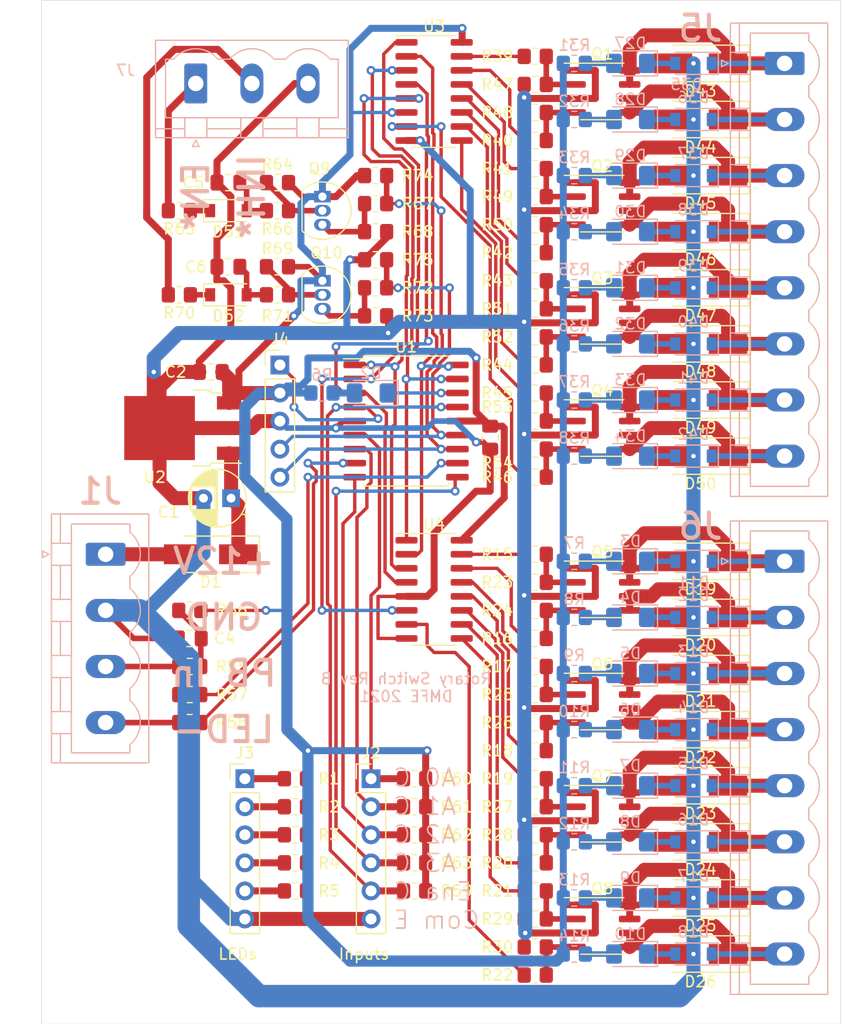
<source format=kicad_pcb>
(kicad_pcb (version 20210126) (generator pcbnew)
  (title_block (title "Rotary Switch") (date "2021-05-06") (rev "B") (company "DMFE"))
  (layers (0 "F.Cu" signal) (31 "B.Cu" signal) (34 "B.Paste" user) (35 "F.Paste" user) (36 "B.SilkS" user "B.Silkscreen") (37 "F.SilkS" user "F.Silkscreen") (38 "B.Mask" user) (39 "F.Mask" user) (44 "Edge.Cuts" user))
  (net 0 "")
  (net 1 "GND")
  (net 2 "Net-(C1-Pad1)")
  (net 3 "+5V")
  (net 4 "Net-(C4-Pad1)")
  (net 5 "Net-(C5-Pad1)")
  (net 6 "Net-(C6-Pad1)")
  (net 7 "+12V")
  (net 8 "Net-(D2-Pad2)")
  (net 9 "Net-(D2-Pad1)")
  (net 10 "Net-(D3-Pad2)")
  (net 11 "Net-(D11-Pad2)")
  (net 12 "Net-(D4-Pad2)")
  (net 13 "Net-(D12-Pad2)")
  (net 14 "Net-(D5-Pad2)")
  (net 15 "Net-(D13-Pad2)")
  (net 16 "Net-(D6-Pad2)")
  (net 17 "Net-(D14-Pad2)")
  (net 18 "Net-(D7-Pad2)")
  (net 19 "Net-(D15-Pad2)")
  (net 20 "Net-(D8-Pad2)")
  (net 21 "Net-(D16-Pad2)")
  (net 22 "Net-(D9-Pad2)")
  (net 23 "Net-(D17-Pad2)")
  (net 24 "Net-(D10-Pad2)")
  (net 25 "Net-(D10-Pad1)")
  (net 26 "Net-(D11-Pad1)")
  (net 27 "Net-(D12-Pad1)")
  (net 28 "Net-(D13-Pad1)")
  (net 29 "Net-(D14-Pad1)")
  (net 30 "Net-(D15-Pad1)")
  (net 31 "Net-(D16-Pad1)")
  (net 32 "Net-(D17-Pad1)")
  (net 33 "Net-(D18-Pad1)")
  (net 34 "Net-(D27-Pad2)")
  (net 35 "Net-(D27-Pad1)")
  (net 36 "Net-(D28-Pad2)")
  (net 37 "Net-(D28-Pad1)")
  (net 38 "Net-(D29-Pad2)")
  (net 39 "Net-(D29-Pad1)")
  (net 40 "Net-(D30-Pad2)")
  (net 41 "Net-(D30-Pad1)")
  (net 42 "Net-(D31-Pad2)")
  (net 43 "Net-(D31-Pad1)")
  (net 44 "Net-(D32-Pad2)")
  (net 45 "Net-(D32-Pad1)")
  (net 46 "Net-(D33-Pad2)")
  (net 47 "Net-(D33-Pad1)")
  (net 48 "Net-(D34-Pad2)")
  (net 49 "Net-(D34-Pad1)")
  (net 50 "Net-(D35-Pad1)")
  (net 51 "Net-(D36-Pad1)")
  (net 52 "Net-(D37-Pad1)")
  (net 53 "Net-(D38-Pad1)")
  (net 54 "Net-(D39-Pad1)")
  (net 55 "Net-(D40-Pad1)")
  (net 56 "Net-(D41-Pad1)")
  (net 57 "Net-(D42-Pad1)")
  (net 58 "Net-(D51-Pad1)")
  (net 59 "Net-(D52-Pad1)")
  (net 60 "RX")
  (net 61 "TX")
  (net 62 "Net-(J2-Pad5)")
  (net 63 "Net-(J2-Pad4)")
  (net 64 "Net-(J2-Pad3)")
  (net 65 "Net-(J2-Pad2)")
  (net 66 "Net-(J2-Pad1)")
  (net 67 "Net-(J3-Pad5)")
  (net 68 "Net-(J3-Pad4)")
  (net 69 "Net-(J3-Pad3)")
  (net 70 "Net-(J3-Pad2)")
  (net 71 "Net-(J3-Pad1)")
  (net 72 "PGC")
  (net 73 "PGD")
  (net 74 "VPP")
  (net 75 "Net-(J7-Pad2)")
  (net 76 "Net-(J7-Pad1)")
  (net 77 "Net-(Q1-Pad4)")
  (net 78 "Net-(Q1-Pad2)")
  (net 79 "Net-(Q2-Pad4)")
  (net 80 "Net-(Q2-Pad2)")
  (net 81 "Net-(Q3-Pad4)")
  (net 82 "Net-(Q3-Pad2)")
  (net 83 "Net-(Q4-Pad4)")
  (net 84 "Net-(Q4-Pad2)")
  (net 85 "Net-(Q5-Pad4)")
  (net 86 "Net-(Q5-Pad2)")
  (net 87 "Net-(Q6-Pad4)")
  (net 88 "Net-(Q6-Pad2)")
  (net 89 "Net-(Q7-Pad4)")
  (net 90 "Net-(Q7-Pad2)")
  (net 91 "Net-(Q8-Pad4)")
  (net 92 "Net-(Q8-Pad2)")
  (net 93 "Net-(Q9-Pad3)")
  (net 94 "Net-(Q9-Pad2)")
  (net 95 "Net-(Q10-Pad3)")
  (net 96 "Net-(Q10-Pad2)")
  (net 97 "Out_8")
  (net 98 "Out_9")
  (net 99 "Out_10")
  (net 100 "Out_11")
  (net 101 "Out_12")
  (net 102 "Out_13")
  (net 103 "Out_14")
  (net 104 "Out_15")
  (net 105 "Out_0")
  (net 106 "Out_1")
  (net 107 "Out_2")
  (net 108 "Out_3")
  (net 109 "Out_4")
  (net 110 "Out_5")
  (net 111 "Out_6")
  (net 112 "Out_7")
  (net 113 "Net-(R57-Pad1)")
  (net 114 "Net-(R58-Pad1)")
  (net 115 "Net-(U1-Pad18)")
  (net 116 "Net-(U1-Pad17)")
  (net 117 "Net-(U1-Pad3)")
  (net 118 "Net-(U1-Pad2)")
  (net 119 "Net-(U1-Pad1)")
  (footprint "Package_SO:SOIC-8_3.9x4.9mm_P1.27mm" (layer "F.Cu") (at 170.18 118.11)
    (fp_text reference "Q7")
    (fp_text value "IRF7343PBF")
  )
  (footprint "Diode_SMD:D_SMA_Handsoldering" (layer "F.Cu") (at 179.07 100.33 180)
    (fp_text reference "D20")
    (fp_text value "D")
  )
  (footprint "Resistor_SMD:R_0805_2012Metric_Pad1.20x1.40mm_HandSolder" (layer "F.Cu") (at 140.75 68.58)
    (fp_text reference "R69")
    (fp_text value "47K")
  )
  (footprint "Resistor_SMD:R_0805_2012Metric_Pad1.20x1.40mm_HandSolder" (layer "F.Cu") (at 164.1 120.015)
    (fp_text reference "R28")
    (fp_text value "10K")
  )
  (footprint "Resistor_SMD:R_0805_2012Metric_Pad1.20x1.40mm_HandSolder" (layer "F.Cu") (at 153.173775 122.555)
    (fp_text reference "R63")
    (fp_text value "47K")
  )
  (footprint "Package_SO:SOIC-18W_7.5x11.6mm_P1.27mm" (layer "F.Cu") (at 152.4 82.55)
    (fp_text reference "U1")
    (fp_text value "PIC16F1847-IP")
  )
  (footprint "Resistor_SMD:R_0805_2012Metric_Pad1.20x1.40mm_HandSolder" (layer "F.Cu") (at 140.75 60.96)
    (fp_text reference "R64")
    (fp_text value "47K")
  )
  (footprint "Resistor_SMD:R_0805_2012Metric_Pad1.20x1.40mm_HandSolder" (layer "F.Cu") (at 164.1 104.775 180)
    (fp_text reference "R17")
    (fp_text value "47R")
  )
  (footprint "Resistor_SMD:R_0805_2012Metric_Pad1.20x1.40mm_HandSolder" (layer "F.Cu") (at 164.1 49.53 180)
    (fp_text reference "R39")
    (fp_text value "47R")
  )
  (footprint "Diode_SMD:D_SMA_Handsoldering" (layer "F.Cu") (at 179.07 50.165 180)
    (fp_text reference "D43")
    (fp_text value "D")
  )
  (footprint "Diode_SMD:D_SMA_Handsoldering" (layer "F.Cu") (at 179.07 75.565 180)
    (fp_text reference "D48")
    (fp_text value "D")
  )
  (footprint "Resistor_SMD:R_0805_2012Metric_Pad1.20x1.40mm_HandSolder" (layer "F.Cu") (at 164.1 87.63 180)
    (fp_text reference "R46")
    (fp_text value "47R")
  )
  (footprint "Resistor_SMD:R_0805_2012Metric_Pad1.20x1.40mm_HandSolder" (layer "F.Cu") (at 164.1 97.155)
    (fp_text reference "R23")
    (fp_text value "10K")
  )
  (footprint "Resistor_SMD:R_0805_2012Metric_Pad1.20x1.40mm_HandSolder" (layer "F.Cu") (at 131.86 63.5 180)
    (fp_text reference "R65")
    (fp_text value "1K0")
  )
  (footprint "Diode_SMD:D_SMA_Handsoldering" (layer "F.Cu") (at 179.07 80.645 180)
    (fp_text reference "D49")
    (fp_text value "D")
  )
  (footprint "Resistor_SMD:R_0805_2012Metric_Pad1.20x1.40mm_HandSolder" (layer "F.Cu") (at 142.378775 125.095 180)
    (fp_text reference "R5")
    (fp_text value "470")
  )
  (footprint "Resistor_SMD:R_0805_2012Metric_Pad1.20x1.40mm_HandSolder" (layer "F.Cu") (at 153.173775 114.935)
    (fp_text reference "R60")
    (fp_text value "47K")
  )
  (footprint "Resistor_SMD:R_0805_2012Metric_Pad1.20x1.40mm_HandSolder" (layer "F.Cu") (at 149.64 60.325)
    (fp_text reference "R74")
    (fp_text value "47K")
  )
  (footprint "Diode_SMD:D_SMA_Handsoldering" (layer "F.Cu") (at 179.07 105.41 180)
    (fp_text reference "D21")
    (fp_text value "D")
  )
  (footprint "Resistor_SMD:R_0805_2012Metric_Pad1.20x1.40mm_HandSolder" (layer "F.Cu") (at 149.64 70.485 180)
    (fp_text reference "R72")
    (fp_text value "1K0")
  )
  (footprint "Resistor_SMD:R_0805_2012Metric_Pad1.20x1.40mm_HandSolder" (layer "F.Cu") (at 164.1 82.55)
    (fp_text reference "R53")
    (fp_text value "10K")
  )
  (footprint "Package_SO:SOIC-8_3.9x4.9mm_P1.27mm" (layer "F.Cu") (at 170.18 62.865)
    (fp_text reference "Q2")
    (fp_text value "IRF7343PBF")
  )
  (footprint "Resistor_SMD:R_0805_2012Metric_Pad1.20x1.40mm_HandSolder" (layer "F.Cu") (at 164.1 54.61)
    (fp_text reference "R48")
    (fp_text value "10K")
  )
  (footprint "Diode_SMD:D_SMA_Handsoldering" (layer "F.Cu") (at 179.07 130.81 180)
    (fp_text reference "D26")
    (fp_text value "D")
  )
  (footprint "Resistor_SMD:R_0805_2012Metric_Pad1.20x1.40mm_HandSolder" (layer "F.Cu") (at 164.1 52.07)
    (fp_text reference "R47")
    (fp_text value "10K")
  )
  (footprint "Package_SO:SOIC-8_3.9x4.9mm_P1.27mm" (layer "F.Cu") (at 170.18 83.185)
    (fp_text reference "Q4")
    (fp_text value "IRF7343PBF")
  )
  (footprint "Diode_SMD:D_SMA_Handsoldering" (layer "F.Cu") (at 179.07 120.65 180)
    (fp_text reference "D24")
    (fp_text value "D")
  )
  (footprint "Diode_SMD:D_SMA_Handsoldering" (layer "F.Cu") (at 179.07 125.73 180)
    (fp_text reference "D25")
    (fp_text value "D")
  )
  (footprint "Resistor_SMD:R_0805_2012Metric_Pad1.20x1.40mm_HandSolder" (layer "F.Cu") (at 164.1 102.235 180)
    (fp_text reference "R16")
    (fp_text value "47R")
  )
  (footprint "Resistor_SMD:R_0805_2012Metric_Pad1.20x1.40mm_HandSolder" (layer "F.Cu") (at 132.8025 107.315 180)
    (fp_text reference "R57")
    (fp_text value "1K0")
  )
  (footprint "Resistor_SMD:R_0805_2012Metric_Pad1.20x1.40mm_HandSolder" (layer "F.Cu") (at 164.1 80.01 180)
    (fp_text reference "R45")
    (fp_text value "47R")
  )
  (footprint "Connector_PinHeader_2.54mm:PinHeader_1x06_P2.54mm_Vertical" (layer "F.Cu") (at 137.795 114.935)
    (fp_text reference "J3")
    (fp_text value "Conn_01x06")
  )
  (footprint "Resistor_SMD:R_0805_2012Metric_Pad1.20x1.40mm_HandSolder" (layer "F.Cu") (at 164.1 112.395 180)
    (fp_text reference "R18")
    (fp_text value "47R")
  )
  (footprint "Resistor_SMD:R_0805_2012Metric_Pad1.20x1.40mm_HandSolder" (layer "F.Cu") (at 164.1 114.935 180)
    (fp_text reference "R19")
    (fp_text value "47R")
  )
  (footprint "Diode_SMD:D_SMA_Handsoldering" (layer "F.Cu") (at 179.07 110.49 180)
    (fp_text reference "D22")
    (fp_text value "D")
  )
  (footprint "Resistor_SMD:R_0805_2012Metric_Pad1.20x1.40mm_HandSolder" (layer "F.Cu") (at 149.64 65.405)
    (fp_text reference "R68")
    (fp_text value "47K")
  )
  (footprint "MountingHole:MountingHole_3.2mm_M3" (layer "F.Cu") (at 125.095 128.27)
    (fp_text reference "H2" hide)
    (fp_text value "MountingHole_3.2mm_M3")
  )
  (footprint "Resistor_SMD:R_0805_2012Metric_Pad1.20x1.40mm_HandSolder" (layer "F.Cu") (at 153.173775 120.015)
    (fp_text reference "R62")
    (fp_text value "47K")
  )
  (footprint "Capacitor_SMD:C_0805_2012Metric_Pad1.18x1.45mm_HandSolder" (layer "F.Cu") (at 160.02 84.0525 -90)
    (fp_text reference "C3" hide)
    (fp_text value "0.1")
  )
  (footprint "Resistor_SMD:R_0805_2012Metric_Pad1.20x1.40mm_HandSolder" (layer "F.Cu") (at 164.1 74.93)
    (fp_text reference "R52")
    (fp_text value "10K")
  )
  (footprint "Connector_PinHeader_2.54mm:PinHeader_1x06_P2.54mm_Vertical" (layer "F.Cu") (at 149.225 114.935)
    (fp_text reference "J2")
    (fp_text value "Conn_01x06")
  )
  (footprint "Package_TO_SOT_THT:TO-92_Inline" (layer "F.Cu") (at 144.8225 69.85 -90)
    (fp_text reference "Q10")
    (fp_text value "2N3906")
  )
  (footprint "Resistor_SMD:R_0805_2012Metric_Pad1.20x1.40mm_HandSolder" (layer "F.Cu") (at 164.1 64.77)
    (fp_text reference "R50")
    (fp_text value "10K")
  )
  (footprint "Resistor_SMD:R_0805_2012Metric_Pad1.20x1.40mm_HandSolder" (layer "F.Cu") (at 132.8025 99.695 180)
    (fp_text reference "R56")
    (fp_text value "47K")
  )
  (footprint "Diode_SMD:D_SMA_Handsoldering" (layer "F.Cu") (at 179.07 115.57 180)
    (fp_text reference "D23")
    (fp_text value "D")
  )
  (footprint "Resistor_SMD:R_0805_2012Metric_Pad1.20x1.40mm_HandSolder" (layer "F.Cu") (at 149.64 67.945)
    (fp_text reference "R75")
    (fp_text value "47K")
  )
  (footprint "Resistor_SMD:R_0805_2012Metric_Pad1.20x1.40mm_HandSolder" (layer "F.Cu") (at 132.8025 109.855 180)
    (fp_text reference "R58")
    (fp_text value "1K0")
  )
  (footprint "Diode_SMD:D_SOD-123" (layer "F.Cu") (at 136.305 63.5)
    (fp_text reference "D51")
    (fp_text value "D_Small_ALT")
  )
  (footprint "Package_SO:SOIC-8_3.9x4.9mm_P1.27mm" (layer "F.Cu") (at 170.18 128.27)
    (fp_text reference "Q8")
    (fp_text value "IRF7343PBF")
  )
  (footprint "Diode_SMD:D_SMA_Handsoldering" (layer "F.Cu") (at 179.07 95.25 180)
    (fp_text reference "D19")
    (fp_text value "D")
  )
  (footprint "Package_TO_SOT_SMD:TO-252-2" (layer "F.Cu") (at 132.167501 83.185 180)
    (fp_text reference "U2")
    (fp_text value "L7805")
  )
  (footprint "Resistor_SMD:R_0805_2012Metric_Pad1.20x1.40mm_HandSolder" (layer "F.Cu") (at 164.1 117.475)
    (fp_text reference "R27")
    (fp_text value "10K")
  )
  (footprint "Resistor_SMD:R_0805_2012Metric_Pad1.20x1.40mm_HandSolder" (layer "F.Cu") (at 140.75 71.12 180)
    (fp_text reference "R71")
    (fp_text value "10K")
  )
  (footprint "Diode_SMD:D_SOD-123" (layer "F.Cu") (at 136.305 71.12)
    (fp_text reference "D52")
    (fp_text value "D_Small_ALT")
  )
  (footprint "Capacitor_THT:CP_Radial_D5.0mm_P2.50mm" (layer "F.Cu") (at 136.547613 89.535 180)
    (fp_text reference "C1")
    (fp_text value "4.7")
  )
  (footprint "Resistor_SMD:R_0805_2012Metric_Pad1.20x1.40mm_HandSolder" (layer "F.Cu") (at 131.86 71.12 180)
    (fp_text reference "R70")
    (fp_text value "1K0")
  )
  (footprint "Diode_SMD:D_SMA_Handsoldering" (layer "F.Cu") (at 134.7075 94.615 180)
    (fp_text reference "D1")
    (fp_text value "D")
  )
  (footprint "Resistor_SMD:R_0805_2012Metric_Pad1.20x1.40mm_HandSolder" (layer "F.Cu") (at 164.1 132.715 180)
    (fp_text reference "R22")
    (fp_text value "47R")
  )
  (footprint "Diode_SMD:D_SMA_Handsoldering" (layer "F.Cu") (at 179.07 55.245 180)
    (fp_text reference "D44")
    (fp_text value "D")
  )
  (footprint "Resistor_SMD:R_0805_2012Metric_Pad1.20x1.40mm_HandSolder" (layer "F.Cu") (at 132.8025 104.775 180)
    (fp_text reference "R55")
    (fp_text value "470")
  )
  (footprint "Resistor_SMD:R_0805_2012Metric_Pad1.20x1.40mm_HandSolder" (layer "F.Cu") (at 164.1 109.855)
    (fp_text reference "R26")
    (fp_text value "10K")
  )
  (footprint "Capacitor_SMD:C_0805_2012Metric_Pad1.18x1.45mm_HandSolder" (layer "F.Cu") (at 134.707501 78.105 180)
    (fp_text reference "C2")
    (fp_text value "0.1")
  )
  (footprint "Package_SO:SOIC-8_3.9x4.9mm_P1.27mm" (layer "F.Cu") (at 170.18 107.95)
    (fp_text reference "Q6")
    (fp_text value "IRF7343PBF")
  )
  (footprint "Resistor_SMD:R_0805_2012Metric_Pad1.20x1.40mm_HandSolder" (layer "F.Cu") (at 164.1 99.695)
    (fp_text reference "R24")
    (fp_text value "10K")
  )
  (footprint "Package_SO:SOP-16_3.9x9.9mm_P1.27mm" (layer "F.Cu") (at 154.94 97.79)
    (fp_text reference "U4")
    (fp_text value "74HC238")
  )
  (footprint "Diode_SMD:D_SMA_Handsoldering" (layer "F.Cu") (at 179.07 85.725 180)
    (fp_text reference "D50")
    (fp_text value "D")
  )
  (footprint "Package_TO_SOT_THT:TO-92_Inline" (layer "F.Cu") (at 144.8225 62.23 -90)
    (fp_text reference "Q9")
    (fp_text value "2N3906")
  )
  (footprint "Resistor_SMD:R_0805_2012Metric_Pad1.20x1.40mm_HandSolder" (layer "F.Cu") (at 142.378775 114.935 180)
    (fp_text reference "R1")
    (fp_text value "470")
  )
  (footprint "Package_SO:SOIC-8_3.9x4.9mm_P1.27mm" (layer "F.Cu") (at 170.18 73.025)
    (fp_text reference "Q3")
    (fp_text value "IRF7343PBF")
  )
  (footprint "Resistor_SMD:R_0805_2012Metric_Pad1.20x1.40mm_HandSolder" (layer "F.Cu") (at 142.378775 120.015 180)
    (fp_text reference "R3")
    (fp_text value "470")
  )
  (footprint "Diode_SMD:D_SMA_Handsoldering" (layer "F.Cu") (at 179.07 65.405 180)
    (fp_text reference "D46")
    (fp_text value "D")
  )
  (footprint "Resistor_SMD:R_0805_2012Metric_Pad1.20x1.40mm_HandSolder" (layer "F.Cu") (at 164.1 77.47 180)
    (fp_text reference "R44")
    (fp_text value "47R")
  )
  (footprint "Resistor_SMD:R_0805_2012Metric_Pad1.20x1.40mm_HandSolder" (layer "F.Cu") (at 164.1 122.555 180)
    (fp_text reference "R20")
    (fp_text value "47R")
  )
  (footprint "Resistor_SMD:R_0805_2012Metric_Pad1.20x1.40mm_HandSolder" (layer "F.Cu") (at 153.173775 117.475)
    (fp_text reference "R61")
    (fp_text value "47K")
  )
  (footprint "Resistor_SMD:R_0805_2012Metric_Pad1.20x1.40mm_HandSolder" (layer "F.Cu") (at 149.64 73.025)
    (fp_text reference "R73")
    (fp_text value "47K")
  )
  (footprint "Diode_SMD:D_SMA_Handsoldering" (layer "F.Cu") (at 179.07 70.485 180)
    (fp_text reference "D47")
    (fp_text value "D")
  )
  (footprint "Resistor_SMD:R_0805_2012Metric_Pad1.20x1.40mm_HandSolder" (layer "F.Cu") (at 142.378775 122.555 180)
    (fp_text reference "R4")
    (fp_text value "470")
  )
  (footprint "Resistor_SMD:R_0805_2012Metric_Pad1.20x1.40mm_HandSolder" (layer "F.Cu") (at 164.1 72.39)
    (fp_text reference "R51")
    (fp_text value "10K")
  )
  (footprint "Resistor_SMD:R_0805_2012Metric_Pad1.20x1.40mm_HandSolder" (layer "F.Cu") (at 164.1 67.31 180)
    (fp_text reference "R42")
    (fp_text value "47R")
  )
  (footprint "Capacitor_SMD:C_0805_2012Metric_Pad1.18x1.45mm_HandSolder" (layer "F.Cu") (at 136.305 68.58 180)
    (fp_text reference "C6")
    (fp_text value "0.1")
  )
  (footprint "Resistor_SMD:R_0805_2012Metric_Pad1.20x1.40mm_HandSolder" (layer "F.Cu") (at 164.1 127.635)
    (fp_text reference "R29")
    (fp_text value "10K")
  )
  (footprint "Resistor_SMD:R_0805_2012Metric_Pad1.20x1.40mm_HandSolder" (layer "F.Cu") (at 164.1 57.15 180)
    (fp_text reference "R40")
    (fp_text value "47R")
  )
  (footprint "Capacitor_SMD:C_0805_2012Metric_Pad1.18x1.45mm_HandSolder" (layer "F.Cu") (at 132.8025 102.235 180)
    (fp_text reference "C4")
    (fp_text value "0.1")
  )
  (footprint "Resistor_SMD:R_0805_2012Metric_Pad1.20x1.40mm_HandSolder" (layer "F.Cu") (at 140.75 63.5 180)
    (fp_text reference "R66")
    (fp_text value "10K")
  )
  (footprint "Package_SO:SOIC-8_3.9x4.9mm_P1.27mm" (layer "F.Cu") (at 170.18 52.705)
    (fp_text reference "Q1")
    (fp_text value "IRF7343PBF")
  )
  (footprint "Package_SO:SOIC-8_3.9x4.9mm_P1.27mm" (layer "F.Cu") (at 170.18 97.79)
    (fp_text reference "Q5")
    (fp_text value "IRF7343PBF")
  )
  (footprint "Resistor_SMD:R_0805_2012Metric_Pad1.20x1.40mm_HandSolder" (layer "F.Cu") (at 164.1 62.23)
    (fp_text reference "R49")
    (fp_text value "10K")
  )
  (footprint "Resistor_SMD:R_0805_2012Metric_Pad1.20x1.40mm_HandSolder" (layer "F.Cu") (at 164.1 130.175)
    (fp_text reference "R30")
    (fp_text value "10K")
  )
  (footprint "Resistor_SMD:R_0805_2012Metric_Pad1.20x1.40mm_HandSolder" (layer "F.Cu") (at 164.1 107.315)
    (fp_text reference "R25")
    (fp_text value "10K")
  )
  (footprint "Resistor_SMD:R_0805_2012Metric_Pad1.20x1.40mm_HandSolder" (layer "F.Cu") (at 164.1 59.69 180)
    (fp_text reference "R41")
    (fp_text value "47R")
  )
  (footprint "Connector_PinHeader_2.54mm:PinHeader_1x05_P2.54mm_Vertical" (layer "F.Cu") (at 140.97 77.475)
    (fp_text reference "J4")
    (fp_text value "Conn_01x05")
  )
  (footprint "Resistor_SMD:R_0805_2012Metric_Pad1.20x1.40mm_HandSolder" (layer "F.Cu") (at 164.1 85.09)
    (fp_text reference "R54")
    (fp_text value "10K")
  )
  (footprint "Diode_SMD:D_SMA_Handsoldering" (layer "F.Cu") (at 179.07 60.325 180)
    (fp_text reference "D45")
    (fp_text value "D")
  )
  (footprint "Resistor_SMD:R_0805_2012Metric_Pad1.20x1.40mm_HandSolder" (layer "F.Cu") (at 164.1 69.85 180)
    (fp_text reference "R43")
    (fp_text value "47R")
  )
  (footprint "Resistor_SMD:R_0805_2012Metric_Pad1.20x1.40mm_HandSolder" (layer "F.Cu") (at 149.64 62.865 180)
    (fp_text reference "R67")
    (fp_text value "1K0")
  )
  (footprint "Resistor_SMD:R_0805_2012Metric_Pad1.20x1.40mm_HandSolder" (layer "F.Cu") (at 164.1 94.615 180)
    (fp_text reference "R15")
    (fp_text value "47R")
  )
  (footprint "Capacitor_SMD:C_0805_2012Metric_Pad1.18x1.45mm_HandSolder" (layer "F.Cu") (at 136.305 60.96 180)
    (fp_text reference "C5")
    (fp_text value "0.1")
  )
  (footprint "Resistor_SMD:R_0805_2012Metric_Pad1.20x1.40mm_HandSolder" (layer "F.Cu") (at 153.173775 125.095)
    (fp_text reference "R59")
    (fp_text value "47K")
  )
  (footprint "Resistor_SMD:R_0805_2012Metric_Pad1.20x1.40mm_HandSolder" (layer "F.Cu") (at 142.378775 117.475 180)
    (fp_text reference "R2")
    (fp_text value "470")
  )
  (footprint "Package_SO:SOP-16_3.9x9.9mm_P1.27mm" (layer "F.Cu") (at 154.94 52.705)
    (fp_text reference "U3")
    (fp_text value "74HC238")
  )
  (footprint "MountingHole:MountingHole_3.2mm_M3" (layer "F.Cu") (at 125.095 64.77)
    (fp_text reference "H1" hide)
    (fp_text value "MountingHole_3.2mm_M3")
  )
  (footprint "Resistor_SMD:R_0805_2012Metric_Pad1.20x1.40mm_HandSolder" (layer "F.Cu") (at 164.1 125.095 180)
    (fp_text reference "R21")
    (fp_text value "47R")
  )
  (footprint "Diode_SMD:D_SOD-123" (layer "B.Cu") (at 178.435 95.25 180)
    (fp_text reference "D11")
    (fp_text value "D_Small_ALT")
  )
  (footprint "LED_SMD:LED_1206_3216Metric_Pad1.42x1.75mm_HandSolder" (layer "B.Cu") (at 149.225 80.01 180)
    (fp_text reference "D2")
    (fp_text value "LED_Small")
  )
  (footprint "LED_SMD:LED_1206_3216Metric_Pad1.42x1.75mm_HandSolder" (layer "B.Cu") (at 172.72 55.245 180)
    (fp_text reference "D28")
    (fp_text value "LED_Small")
  )
  (footprint "Resistor_SMD:R_0805_2012Metric_Pad1.20x1.40mm_HandSolder" (layer "B.Cu") (at 167.64 110.49 180)
    (fp_text reference "R10")
    (fp_text value "1K0")
  )
  (footprint "LED_SMD:LED_1206_3216Metric_Pad1.42x1.75mm_HandSolder" (layer "B.Cu") (at 172.72 75.565 180)
    (fp_text reference "D32")
    (fp_text value "LED_Small")
  )
  (footprint "Resistor_SMD:R_0805_2012Metric_Pad1.20x1.40mm_HandSolder" (layer "B.Cu") (at 167.64 55.245 180)
    (fp_text reference "R32")
    (fp_text value "1K0")
  )
  (footprint "Resistor_SMD:R_0805_2012Metric_Pad1.20x1.40mm_HandSolder" (layer "B.Cu") (at 167.64 80.645 180)
    (fp_text reference "R37")
    (fp_text value "1K0")
  )
  (footprint "Resistor_SMD:R_0805_2012Metric_Pad1.20x1.40mm_HandSolder" (layer "B.Cu") (at 167.64 60.325 180)
    (fp_text reference "R33")
    (fp_text value "1K0")
  )
  (footprint "Diode_SMD:D_SOD-123" (layer "B.Cu") (at 178.435 50.165 180)
    (fp_text reference "D35")
    (fp_text value "D_Small_ALT")
  )
  (footprint "Diode_SMD:D_SOD-123" (layer "B.Cu") (at 178.435 80.645 180)
    (fp_text reference "D41")
    (fp_text value "D_Small_ALT")
  )
  (footprint "LED_SMD:LED_1206_3216Metric_Pad1.42x1.75mm_HandSolder" (layer "B.Cu") (at 172.72 60.325 180)
    (fp_text reference "D29")
    (fp_text value "LED_Small")
  )
  (footprint "LED_SMD:LED_1206_3216Metric_Pad1.42x1.75mm_HandSolder" (layer "B.Cu") (at 172.72 110.49 180)
    (fp_text reference "D6")
    (fp_text value "LED_Small")
  )
  (footprint "Resistor_SMD:R_0805_2012Metric_Pad1.20x1.40mm_HandSolder" (layer "B.Cu") (at 167.64 85.725 180)
    (fp_text reference "R38")
    (fp_text value "1K0")
  )
  (footprint "LED_SMD:LED_1206_3216Metric_Pad1.42x1.75mm_HandSolder" (layer "B.Cu") (at 172.72 105.41 180)
    (fp_text reference "D5")
    (fp_text value "LED_Small")
  )
  (footprint "Resistor_SMD:R_0805_2012Metric_Pad1.20x1.40mm_HandSolder" (layer "B.Cu") (at 167.64 100.33 180)
    (fp_text reference "R8")
    (fp_text value "1K0")
  )
  (footprint "Diode_SMD:D_SOD-123" (layer "B.Cu") (at 178.435 110.49 180)
    (fp_text reference "D14")
    (fp_text value "D_Small_ALT")
  )
  (footprint "Resistor_SMD:R_0805_2012Metric_Pad1.20x1.40mm_HandSolder" (layer "B.Cu") (at 167.64 70.485 180)
    (fp_text reference "R35")
    (fp_text value "1K0")
  )
  (footprint "Resistor_SMD:R_0805_2012Metric_Pad1.20x1.40mm_HandSolder" (layer "B.Cu") (at 167.64 125.73 180)
    (fp_text reference "R13")
    (fp_text value "1K0")
  )
  (footprint "Resistor_SMD:R_0805_2012Metric_Pad1.20x1.40mm_HandSolder" (layer "B.Cu") (at 167.64 130.81 180)
    (fp_text reference "R14")
    (fp_text value "1K0")
  )
  (footprint "Connector_Phoenix_MSTB:PhoenixContact_MSTBVA_2,5_8-G-5,08_1x08_P5.08mm_Vertical" (layer "B.Cu") (at 186.69 50.165 -90)
    (fp_text reference "J5")
    (fp_text value "Conn_01x08")
  )
  (footprint "Diode_SMD:D_SOD-123" (layer "B.Cu") (at 178.435 60.325 180)
    (fp_text reference "D37")
    (fp_text value "D_Small_ALT")
  )
  (footprint "LED_SMD:LED_1206_3216Metric_Pad1.42x1.75mm_HandSolder" (layer "B.Cu") (at 172.72 125.73 180)
    (fp_text reference "D9")
    (fp_text value "LED_Small")
  )
  (footprint "LED_SMD:LED_1206_3216Metric_Pad1.42x1.75mm_HandSolder" (layer "B.Cu") (at 172.72 80.645 180)
    (fp_text reference "D33")
    (fp_text value "LED_Small")
  )
  (footprint "LED_SMD:LED_1206_3216Metric_Pad1.42x1.75mm_HandSolder" (layer "B.Cu") (at 172.72 65.405 180)
    (fp_text reference "D30")
    (fp_text value "LED_Small")
  )
  (footprint "Connector_Phoenix_MSTB:PhoenixContact_MSTBVA_2,5_8-G-5,08_1x08_P5.08mm_Vertical" (layer "B.Cu") (at 186.69 95.25 -90)
    (fp_text reference "J6")
    (fp_text value "Conn_01x08")
  )
  (footprint "LED_SMD:LED_1206_3216Metric_Pad1.42x1.75mm_HandSolder" (layer "B.Cu") (at 172.72 50.165 180)
    (fp_text reference "D27")
    (fp_text value "LED_Small")
  )
  (footprint "Resistor_SMD:R_0805_2012Metric_Pad1.20x1.40mm_HandSolder" (layer "B.Cu") (at 167.64 65.405 180)
    (fp_text reference "R34")
    (fp_text value "1K0")
  )
  (footprint "LED_SMD:LED_1206_3216Metric_Pad1.42x1.75mm_HandSolder" (layer "B.Cu") (at 172.72 130.81 180)
    (fp_text reference "D10")
    (fp_text value "LED_Small")
  )
  (footprint "Diode_SMD:D_SOD-123" (layer "B.Cu") (at 178.435 105.41 180)
    (fp_text reference "D13")
    (fp_text value "D_Small_ALT")
  )
  (footprint "Connector_Phoenix_MSTB:PhoenixContact_MSTBVA_2,5_3-G-5,08_1x03_P5.08mm_Vertical" (layer "B.Cu") (at 133.35 51.9825)
    (fp_text reference "J7")
    (fp_text value "Conn_01x03")
  )
  (footprint "Resistor_SMD:R_0805_2012Metric_Pad1.20x1.40mm_HandSolder" (layer "B.Cu") (at 167.64 95.25 180)
    (fp_text reference "R7")
    (fp_text value "1K0")
  )
  (footprint "Resistor_SMD:R_0805_2012Metric_Pad1.20x1.40mm_HandSolder" (layer "B.Cu") (at 167.64 105.41 180)
    (fp_text reference "R9")
    (fp_text value "1K0")
  )
  (footprint "LED_SMD:LED_1206_3216Metric_Pad1.42x1.75mm_HandSolder" (layer "B.Cu") (at 172.72 100.33 180)
    (fp_text reference "D4")
    (fp_text value "LED_Small")
  )
  (footprint "Diode_SMD:D_SOD-123" (layer "B.Cu") (at 178.435 70.485 180)
    (fp_text reference "D39")
    (fp_text value "D_Small_ALT")
  )
  (footprint "Diode_SMD:D_SOD-123" (layer "B.Cu") (at 178.435 130.81 180)
    (fp_text reference "D18")
    (fp_text value "D_Small_ALT")
  )
  (footprint "Resistor_SMD:R_0805_2012Metric_Pad1.20x1.40mm_HandSolder" (layer "B.Cu") (at 167.64 75.565 180)
    (fp_text reference "R36")
    (fp_text value "1K0")
  )
  (footprint "Diode_SMD:D_SOD-123" (layer "B.Cu") (at 178.435 55.245 180)
    (fp_text reference "D36")
    (fp_text value "D_Small_ALT")
  )
  (footprint "Diode_SMD:D_SOD-123" (layer "B.Cu") (at 178.435 115.57 180)
    (fp_text reference "D15")
    (fp_text value "D_Small_ALT")
  )
  (footprint "LED_SMD:LED_1206_3216Metric_Pad1.42x1.75mm_HandSolder" (layer "B.Cu") (at 172.72 115.57 180)
    (fp_text reference "D7")
    (fp_text value "LED_Small")
  )
  (footprint "LED_SMD:LED_1206_3216Metric_Pad1.42x1.75mm_HandSolder" (layer "B.Cu") (at 172.72 95.25 180)
    (fp_text reference "D3")
    (fp_text value "LED_Small")
  )
  (footprint "LED_SMD:LED_1206_3216Metric_Pad1.42x1.75mm_HandSolder" (layer "B.Cu") (at 172.72 70.485 180)
    (fp_text reference "D31")
    (fp_text value "LED_Small")
  )
  (footprint "Diode_SMD:D_SOD-123" (layer "B.Cu") (at 178.435 125.73 180)
    (fp_text reference "D17")
    (fp_text value "D_Small_ALT")
  )
  (footprint "Diode_SMD:D_SOD-123" (layer "B.Cu") (at 178.435 85.725 180)
    (fp_text reference "D42")
    (fp_text value "D_Small_ALT")
  )
  (footprint "Resistor_SMD:R_0805_2012Metric_Pad1.20x1.40mm_HandSolder" (layer "B.Cu") (at 144.78 80.01 180)
    (fp_text reference "R6")
    (fp_text value "1K0")
  )
  (footprint "Diode_SMD:D_SOD-123" (layer "B.Cu") (at 178.435 120.65 180)
    (fp_text reference "D16")
    (fp_text value "D_Small_ALT")
  )
  (footprint "LED_SMD:LED_1206_3216Metric_Pad1.42x1.75mm_HandSolder" (layer "B.Cu") (at 172.72 85.725 180)
    (fp_text reference "D34")
    (fp_text value "LED_Small")
  )
  (footprint "Resistor_SMD:R_0805_2012Metric_Pad1.20x1.40mm_HandSolder" (layer "B.Cu") (at 167.64 115.57 180)
    (fp_text reference "R11")
    (fp_text value "1K0")
  )
  (footprint "Diode_SMD:D_SOD-123" (layer "B.Cu") (at 178.435 75.565 180)
    (fp_text reference "D40")
    (fp_text value "D_Small_ALT")
  )
  (footprint "Diode_SMD:D_SOD-123" (layer "B.Cu") (at 178.435 65.405 180)
    (fp_text reference "D38")
    (fp_text value "D_Small_ALT")
  )
  (footprint "Resistor_SMD:R_0805_2012Metric_Pad1.20x1.40mm_HandSolder" (layer "B.Cu") (at 167.64 120.65 180)
    (fp_text reference "R12")
    (fp_text value "1K0")
  )
  (footprint "Diode_SMD:D_SOD-123" (layer "B.Cu") (at 178.435 100.33 180)
    (fp_text reference "D12")
    (fp_text value "D_Small_ALT")
  )
  (footprint "LED_SMD:LED_1206_3216Metric_Pad1.42x1.75mm_HandSolder" (layer "B.Cu") (at 172.72 120.65 180)
    (fp_text reference "D8")
    (fp_text value "LED_Small")
  )
  (footprint "Resistor_SMD:R_0805_2012Metric_Pad1.20x1.40mm_HandSolder" (layer "B.Cu") (at 167.64 50.165 180)
    (fp_text reference "R31")
    (fp_text value "1K0")
  )
  (footprint "Connector_Phoenix_MSTB:PhoenixContact_MSTBVA_2,5_4-G-5,08_1x04_P5.08mm_Vertical" (layer "B.Cu") (at 125.1825 94.615 -90)
    (fp_text reference "J1")
    (fp_text value "Conn_01x04")
  )
  (gr_rect (start 119.38 44.45) (end 191.77 137.16) (layer "Edge.Cuts") (width 0.05) (fill none))
  (gr_text "INH*" (at 138.43 62.23 90) (layer "B.SilkS") (effects (font (size 2.286 2.286) (thickness 0.381)) (justify mirror)))
  (gr_text "Rotary Switch Rev B\nDMFE 2021" (at 152.4 106.68) (layer "B.SilkS") (effects (font (size 1 1)) (justify mirror)))
  (gr_text "A0 C\nA1 C\nA2 C\nA3 C\nEna C\nCom E" (at 151.13 121.285) (layer "B.SilkS") (effects (font (size 1.6002 1.6002)) (justify right mirror)))
  (gr_text "+12V" (at 135.89 95.25) (layer "B.SilkS") (effects (font (size 2.286 2.286) (thickness 0.381)) (justify mirror)))
  (gr_text "EN*" (at 133.35 62.23 90) (layer "B.SilkS") (effects (font (size 2.286 2.286) (thickness 0.381)) (justify mirror)))
  (gr_text "GND" (at 135.89 100.33) (layer "B.SilkS") (effects (font (size 2.286 2.286) (thickness 0.381)) (justify mirror)))
  (gr_text "PB In" (at 135.89 105.41) (layer "B.SilkS") (effects (font (size 2.286 2.286) (thickness 0.381)) (justify mirror)))
  (gr_text "LED-" (at 135.89 110.49) (layer "B.SilkS") (effects (font (size 2.286 2.286) (thickness 0.381)) (justify mirror)))
  (gr_text "Inputs" (at 148.59 130.81) (layer "F.SilkS") (effects (font (size 1 1))))
  (gr_text "LEDs" (at 137.16 130.81) (layer "F.SilkS") (effects (font (size 1 1))))
  (segment (start 163.1 108.49) (end 163.1 107.315) (width 0.508) (layer "F.Cu") (net 1))
  (segment (start 167.705 50.8) (end 169.545 50.8) (width 0.635) (layer "F.Cu") (net 1))
  (segment (start 136.525 64.77) (end 136.525 62.2175) (width 0.635) (layer "F.Cu") (net 1))
  (segment (start 154.94 92.71) (end 158.75 88.9) (width 0.635) (layer "F.Cu") (net 1))
  (segment (start 176.57 125.73) (end 178.435 125.73) (width 1.27) (layer "F.Cu") (net 1))
  (segment (start 167.705 53.34) (end 163.195 53.34) (width 0.635) (layer "F.Cu") (net 1))
  (segment (start 167.705 71.12) (end 169.545 71.12) (width 0.635) (layer "F.Cu") (net 1))
  (segment (start 129.54 82.657499) (end 130.067501 83.185) (width 1.27) (layer "F.Cu") (net 1))
  (segment (start 127.7225 102.235) (end 125.1825 99.695) (width 0.508) (layer "F.Cu") (net 1))
  (segment (start 176.57 50.165) (end 178.435 50.165) (width 1.27) (layer "F.Cu") (net 1))
  (segment (start 135.255 68.5925) (end 135.2675 68.58) (width 0.635) (layer "F.Cu") (net 1))
  (segment (start 149.86 102.235) (end 152.44 102.235) (width 0.3048) (layer "F.Cu") (net 1))
  (segment (start 167.705 98.425) (end 163.195 98.425) (width 0.635) (layer "F.Cu") (net 1))
  (segment (start 158.75 84.455) (end 159.385 84.455) (width 0.508) (layer "F.Cu") (net 1))
  (segment (start 149.86 98.425) (end 149.86 102.235) (width 0.3048) (layer "F.Cu") (net 1))
  (segment (start 150.64 65.405) (end 150.64 65.945) (width 0.635) (layer "F.Cu") (net 1))
  (segment (start 176.57 75.565) (end 178.435 75.565) (width 1.27) (layer "F.Cu") (net 1))
  (segment (start 158.75 88.9) (end 160.02 88.9) (width 0.635) (layer "F.Cu") (net 1))
  (segment (start 163.1 118.65) (end 163.1 117.475) (width 0.508) (layer "F.Cu") (net 1))
  (segment (start 167.705 81.28) (end 169.545 81.28) (width 0.635) (layer "F.Cu") (net 1))
  (segment (start 176.57 115.57) (end 178.435 115.57) (width 1.27) (layer "F.Cu") (net 1))
  (segment (start 176.57 55.245) (end 178.435 55.245) (width 1.27) (layer "F.Cu") (net 1))
  (segment (start 147.75 82.55) (end 146.685 82.55) (width 0.508) (layer "F.Cu") (net 1))
  (segment (start 159.385 84.455) (end 160.02 85.09) (width 0.508) (layer "F.Cu") (net 1))
  (segment (start 167.705 73.66) (end 163.195 73.66) (width 0.635) (layer "F.Cu") (net 1))
  (segment (start 160.02 88.9) (end 160.02 85.09) (width 0.635) (layer "F.Cu") (net 1))
  (segment (start 169.545 108.585) (end 167.705 108.585) (width 0.635) (layer "F.Cu") (net 1))
  (segment (start 163.83 128.905) (end 163.195 128.905) (width 0.635) (layer "F.Cu") (net 1))
  (segment (start 134.047613 89.535) (end 131.445 89.535) (width 1.27) (layer "F.Cu") (net 1))
  (segment (start 163.1 83.725) (end 163.1 82.55) (width 0.508) (layer "F.Cu") (net 1))
  (segment (start 163.195 108.585) (end 163.1 108.49) (width 0.635) (layer "F.Cu") (net 1))
  (segment (start 146.685 82.55) (end 146.05 83.185) (width 0.508) (layer "F.Cu") (net 1))
  (segment (start 169.545 83.82) (end 167.705 83.82) (width 0.635) (layer "F.Cu") (net 1))
  (segment (start 153.67 57.15) (end 152.44 57.15) (width 0.635) (layer "F.Cu") (net 1))
  (segment (start 169.545 128.905) (end 167.705 128.905) (width 0.635) (layer "F.Cu") (net 1))
  (segment (start 142.3275 51.9825) (end 135.2675 59.0425) (width 0.635) (layer "F.Cu") (net 1))
  (segment (start 133.670001 77.149999) (end 136.525 74.295) (width 0.635) (layer "F.Cu") (net 1))
  (segment (start 167.705 118.745) (end 163.195 118.745) (width 0.635) (layer "F.Cu") (net 1))
  (segment (start 138.43 83.185) (end 130.067501 83.185) (width 1.27) (layer "F.Cu") (net 1))
  (segment (start 149.225 127.635) (end 137.795 127.635) (width 1.27) (layer "F.Cu") (net 1))
  (segment (start 163.195 63.5) (end 163.1 63.405) (width 0.635) (layer "F.Cu") (net 1))
  (segment (start 135.2675 68.58) (end 135.2675 66.0275) (width 0.635) (layer "F.Cu") (net 1))
  (segment (start 169.545 53.34) (end 167.705 53.34) (width 0.635) (layer "F.Cu") (net 1))
  (segment (start 169.545 73.66) (end 167.705 73.66) (width 0.635) (layer "F.Cu") (net 1))
  (segment (start 152.44 98.425) (end 154.305 98.425) (width 0.635) (layer "F.Cu") (net 1))
  (segment (start 163.195 83.82) (end 163.1 83.725) (width 0.635) (layer "F.Cu") (net 1))
  (segment (start 169.545 98.425) (end 167.705 98.425) (width 0.635) (layer "F.Cu") (net 1))
  (segment (start 178.435 130.81) (end 176.57 130.81) (width 1.27) (layer "F.Cu") (net 1))
  (segment (start 163.1 109.855) (end 163.1 108.49) (width 0.508) (layer "F.Cu") (net 1))
  (segment (start 150.64 73.025) (end 150.64 74.44) (width 0.3048) (layer "F.Cu") (net 1))
  (segment (start 131.445 78.105) (end 133.670001 78.105) (width 1.27) (layer "F.Cu") (net 1))
  (segment (start 133.670001 78.105) (end 133.670001 77.149999) (width 0.635) (layer "F.Cu") (net 1))
  (segment (start 135.2675 66.0275) (end 136.525 64.77) (width 0.635) (layer "F.Cu") (net 1))
  (segment (start 169.545 63.5) (end 167.705 63.5) (width 0.635) (layer "F.Cu") (net 1))
  (segment (start 131.765 102.235) (end 127.7225 102.235) (width 0.508) (layer "F.Cu") (net 1))
  (segment (start 150.64 65.945) (end 148.64 67.945) (width 0.635) (layer "F.Cu") (net 1))
  (segment (start 136.525 70.485) (end 135.89 69.85) (width 0.635) (layer "F.Cu") (net 1))
  (segment (start 163.195 53.34) (end 163.1 53.245) (width 0.635) (layer "F.Cu") (net 1))
  (segment (start 169.545 60.96) (end 169.545 63.5) (width 0.635) (layer "F.Cu") (net 1))
  (segment (start 163.195 128.905) (end 163.1 128.81) (width 0.635) (layer "F.Cu") (net 1))
  (segment (start 150.64 74.44) (end 150.777589 74.577589) (width 0.3048) (layer "F.Cu") (net 1))
  (segment (start 130.067501 79.482499) (end 131.445 78.105) (width 1.27) (layer "F.Cu") (net 1))
  (segment (start 169.545 71.12) (end 169.545 73.66) (width 0.635) (layer "F.Cu") (net 1))
  (segment (start 152.44 98.425) (end 149.86 98.425) (width 0.3048) (layer "F.Cu") (net 1))
  (segment (start 167.705 95.885) (end 169.545 95.885) (width 0.635) (layer "F.Cu") (net 1))
  (segment (start 167.705 126.365) (end 169.545 126.365) (width 0.635) (layer "F.Cu") (net 1))
  (segment (start 163.1 52.07) (end 163.1 53.245) (width 0.508) (layer "F.Cu") (net 1))
  (segment (start 129.54 78.105) (end 129.54 82.657499) (width 1.27) (layer "F.Cu") (net 1))
  (segment (start 135.2675 59.0425) (end 135.2675 60.96) (width 0.635) (layer "F.Cu") (net 1))
  (segment (start 176.57 60.325) (end 178.435 60.325) (width 1.27) (layer "F.Cu") (net 1))
  (segment (start 147.32 67.945) (end 148.64 67.945) (width 0.635) (layer "F.Cu") (net 1))
  (segment (start 139.06 82.555) (end 138.43 83.185) (width 1.27) (layer "F.Cu") (net 1))
  (segment (start 130.067501 83.185) (end 130.067501 79.482499) (width 1.27) (layer "F.Cu") (net 1))
  (segment (start 163.195 118.745) (end 163.1 118.65) (width 0.635) (layer "F.Cu") (net 1))
  (segment (start 169.545 126.365) (end 169.545 128.905) (width 0.635) (layer "F.Cu") (net 1))
  (segment (start 176.57 95.25) (end 178.435 95.25) (width 1.27) (layer "F.Cu") (net 1))
  (segment (start 130.067501 88.157501) (end 130.067501 83.185) (width 1.27) (layer "F.Cu") (net 1))
  (segment (start 163.1 130.175) (end 163.1 128.81) (width 0.508) (layer "F.Cu") (net 1))
  (segment (start 163.1 120.015) (end 163.1 118.65) (width 0.508) (layer "F.Cu") (net 1))
  (segment (start 163.1 62.23) (end 163.1 63.405) (width 0.508) (layer "F.Cu") (net 1))
  (segment (start 163.195 73.66) (end 163.1 73.565) (width 0.635) (layer "F.Cu") (net 1))
  (segment (start 163.1 73.565) (end 163.1 72.39) (width 0.508) (layer "F.Cu") (net 1))
  (segment (start 163.1 53.245) (end 163.1 54.61) (width 0.508) (layer "F.Cu") (net 1))
  (segment (start 135.255 69.85) (end 135.255 68.5925) (width 0.635) (layer "F.Cu") (net 1))
  (segment (start 167.705 60.96) (end 169.545 60.96) (width 0.635) (layer "F.Cu") (net 1))
  (segment (start 154.94 97.79) (end 154.94 92.71) (width 0.635) (layer "F.Cu") (net 1))
  (segment (start 163.1 74.93) (end 163.1 73.565) (width 0.508) (layer "F.Cu") (net 1))
  (segment (start 143.51 51.9825) (end 142.3275 51.9825) (width 0.635) (layer "F.Cu") (net 1))
  (segment (start 167.705 116.205) (end 169.545 116.205) (width 0.635) (layer "F.Cu") (net 1))
  (segment (start 163.1 63.405) (end 163.1 64.77) (width 0.508) (layer "F.Cu") (net 1))
  (segment (start 169.545 116.205) (end 169.545 118.745) (width 0.635) (layer "F.Cu") (net 1))
  (segment (start 140.97 82.555) (end 139.06 82.555) (width 1.27) (layer "F.Cu") (net 1))
  (segment (start 169.545 95.885) (end 169.545 98.425) (width 0.635) (layer "F.Cu") (net 1))
  (segment (start 163.1 128.81) (end 163.1 127.635) (width 0.508) (layer "F.Cu") (net 1))
  (segment (start 176.57 85.725) (end 178.435 85.725) (width 1.27) (layer "F.Cu") (net 1))
  (segment (start 176.57 120.65) (end 178.435 120.65) (width 1.27) (layer "F.Cu") (net 1))
  (segment (start 169.545 81.28) (end 169.545 83.82) (width 0.635) (layer "F.Cu") (net 1))
  (segment (start 136.525 74.295) (end 136.525 70.485) (width 0.635) (layer "F.Cu") (net 1))
  (segment (start 169.545 118.745) (end 167.705 118.745) (width 0.635) (layer "F.Cu") (net 1))
  (segment (start 176.57 100.33) (end 178.435 100.33) (width 1.27) (layer "F.Cu") (net 1))
  (segment (start 163.195 98.425) (end 163.1 98.33) (width 0.635) (layer "F.Cu") (net 1))
  (segment (start 136.525 62.2175) (end 135.2675 60.96) (width 0.635) (layer "F.Cu") (net 1))
  (segment (start 176.57 105.41) (end 178.435 105.41) (width 1.27) (layer "F.Cu") (net 1))
  (segment (start 167.705 63.5) (end 163.195 63.5) (width 0.635) (layer "F.Cu") (net 1))
  (segment (start 163.1 98.33) (end 163.1 97.155) (width 0.508) (layer "F.Cu") (net 1))
  (segment (start 167.705 83.82) (end 163.195 83.82) (width 0.635) (layer "F.Cu") (net 1))
  (segment (start 176.57 110.49) (end 178.435 110.49) (width 1.27) (layer "F.Cu") (net 1))
  (segment (start 163.1 85.09) (end 163.1 83.725) (width 0.508) (layer "F.Cu") (net 1))
  (segment (start 169.545 50.8) (end 169.545 53.34) (width 0.635) (layer "F.Cu") (net 1))
  (segment (start 176.57 80.645) (end 178.435 80.645) (width 1.27) (layer "F.Cu") (net 1))
  (segment (start 167.705 108.585) (end 163.195 108.585) (width 0.635) (layer "F.Cu") (net 1))
  (segment (start 135.89 69.85) (end 135.255 69.85) (width 0.635) (layer "F.Cu") (net 1))
  (segment (start 154.305 98.425) (end 154.94 97.79) (width 0.635) (layer "F.Cu") (net 1))
  (segment (start 167.705 128.905) (end 163.195 128.905) (width 0.635) (layer "F.Cu") (net 1))
  (segment (start 169.545 106.045) (end 169.545 108.585) (width 0.635) (layer "F.Cu") (net 1))
  (segment (start 131.445 89.535) (end 130.067501 88.157501) (width 1.27) (layer "F.Cu") (net 1))
  (segment (start 163.1 99.695) (end 163.1 98.33) (width 0.508) (layer "F.Cu") (net 1))
  (segment (start 176.57 70.485) (end 178.435 70.485) (width 1.27) (layer "F.Cu") (net 1))
  (segment (start 176.57 65.405) (end 178.435 65.405) (width 1.27) (layer "F.Cu") (net 1))
  (segment (start 167.705 106.045) (end 169.545 106.045) (width 0.635) (layer "F.Cu") (net 1))
  (via (at 163.1 83.725) (size 0.8) (drill 0.4) (layers "F.Cu" "B.Cu") (net 1))
  (via (at 150.777589 74.577589) (size 0.8) (drill 0.4) (layers "F.Cu" "B.Cu") (net 1))
  (via (at 178.435 50.165) (size 0.8) (drill 0.4) (layers "F.Cu" "B.Cu") (net 1))
  (via (at 163.195 128.905) (size 0.8) (drill 0.4) (layers "F.Cu" "B.Cu") (net 1))
  (via (at 163.1 53.245) (size 0.8) (drill 0.4) (layers "F.Cu" "B.Cu") (net 1))
  (via (at 178.435 125.73) (size 0.8) (drill 0.4) (layers "F.Cu" "B.Cu") (net 1))
  (via (at 178.435 60.325) (size 0.8) (drill 0.4) (layers "F.Cu" "B.Cu") (net 1))
  (via (at 178.435 95.25) (size 0.8) (drill 0.4) (layers "F.Cu" "B.Cu") (net 1))
  (via (at 178.435 105.41) (size 0.8) (drill 0.4) (layers "F.Cu" "B.Cu") (net 1))
  (via (at 158.75 84.455) (size 0.8) (drill 0.4) (layers "F.Cu" "B.Cu") (net 1))
  (via (at 178.435 65.405) (size 0.8) (drill 0.4) (layers "F.Cu" "B.Cu") (net 1))
  (via (at 146.05 83.185) (size 0.8) (drill 0.4) (layers "F.Cu" "B.Cu") (net 1))
  (via (at 147.32 67.945) (size 0.8) (drill 0.4) (layers "F.Cu" "B.Cu") (net 1))
  (via (at 178.435 110.49) (size 0.8) (drill 0.4) (layers "F.Cu" "B.Cu") (net 1))
  (via (at 178.435 70.485) (size 0.8) (drill 0.4) (layers "F.Cu" "B.Cu") (net 1))
  (via (at 178.435 120.65) (size 0.8) (drill 0.4) (layers "F.Cu" "B.Cu") (net 1))
  (via (at 163.1 118.65) (size 0.8) (drill 0.4) (layers "F.Cu" "B.Cu") (net 1))
  (via (at 178.435 75.565) (size 0.8) (drill 0.4) (layers "F.Cu" "B.Cu") (net 1))
  (via (at 153.67 57.15) (size 0.8) (drill 0.4) (layers "F.Cu" "B.Cu") (net 1))
  (via (at 163.1 73.565) (size 0.8) (drill 0.4) (layers "F.Cu" "B.Cu") (net 1))
  (via (at 178.435 130.81) (size 0.8) (drill 0.4) (layers "F.Cu" "B.Cu") (net 1))
  (via (at 178.435 55.245) (size 0.8) (drill 0.4) (layers "F.Cu" "B.Cu") (net 1))
  (via (at 178.435 115.57) (size 0.8) (drill 0.4) (layers "F.Cu" "B.Cu") (net 1))
  (via (at 163.1 98.33) (size 0.8) (drill 0.4) (layers "F.Cu" "B.Cu") (net 1))
  (via (at 163.1 108.49) (size 0.8) (drill 0.4) (layers "F.Cu" "B.Cu") (net 1))
  (via (at 129.54 78.105) (size 0.8) (drill 0.4) (layers "F.Cu" "B.Cu") (net 1))
  (via (at 178.435 100.33) (size 0.8) (drill 0.4) (layers "F.Cu" "B.Cu") (net 1))
  (via (at 178.435 85.725) (size 0.8) (drill 0.4) (layers "F.Cu" "B.Cu") (net 1))
  (via (at 178.435 80.645) (size 0.8) (drill 0.4) (layers "F.Cu" "B.Cu") (net 1))
  (via (at 163.1 63.405) (size 0.8) (drill 0.4) (layers "F.Cu" "B.Cu") (net 1))
  (segment (start 178.435 85.725) (end 178.435 95.25) (width 1.27) (layer "B.Cu") (net 1))
  (segment (start 178.435 50.165) (end 178.435 55.245) (width 1.27) (layer "B.Cu") (net 1))
  (segment (start 163.1 73.565) (end 163.1 63.405) (width 1.27) (layer "B.Cu") (net 1))
  (segment (start 131.445 74.93) (end 129.54 76.835) (width 1.27) (layer "B.Cu") (net 1))
  (segment (start 132.715 123.825) (end 132.715 128.27) (width 2.032) (layer "B.Cu") (net 1))
  (segment (start 154.305 83.185) (end 154.94 82.55) (width 0.508) (layer "B.Cu") (net 1))
  (segment (start 150.777589 74.577589) (end 147.037411 74.577589) (width 1.27) (layer "B.Cu") (net 1))
  (segment (start 158.21 73.565) (end 151.790178 73.565) (width 1.27) (layer "B.Cu") (net 1))
  (segment (start 163.1 108.49) (end 163.1 98.33) (width 1.27) (layer "B.Cu") (net 1))
  (segment (start 178.435 130.81) (end 178.435 133.35) (width 1.27) (layer "B.Cu") (net 1))
  (segment (start 141.6 83.185) (end 140.97 82.555) (width 0.508) (layer "B.Cu") (net 1))
  (segment (start 134.047613 94.552387) (end 128.905 99.695) (width 1.27) (layer "B.Cu") (net 1))
  (segment (start 176.53 134.62) (end 177.165 134.62) (width 2.032) (layer "B.Cu") (net 1))
  (segment (start 178.435 125.73) (end 178.435 130.81) (width 1.27) (layer "B.Cu") (net 1))
  (segment (start 178.435 120.65) (end 178.435 125.73) (width 1.27) (layer "B.Cu") (net 1))
  (segment (start 178.435 70.485) (end 178.435 75.565) (width 1.27) (layer "B.Cu") (net 1))
  (segment (start 137.16 132.715) (end 139.065 134.62) (width 2.032) (layer "B.Cu") (net 1))
  (segment (start 178.435 55.245) (end 178.435 60.325) (width 1.27) (layer "B.Cu") (net 1))
  (segment (start 147.037411 74.577589) (end 147.037411 68.227589) (width 0.635) (layer "B.Cu") (net 1))
  (segment (start 178.435 110.49) (end 178.435 115.57) (width 1.27) (layer "B.Cu") (net 1))
  (segment (start 128.905 99.695) (end 125.1825 99.695) (width 1.27) (layer "B.Cu") (net 1))
  (segment (start 156.845 82.55) (end 158.75 84.455) (width 0.508) (layer "B.Cu") (net 1))
  (segment (start 132.715 104.14) (end 132.715 123.825) (width 2.032) (layer "B.Cu") (net 1))
  (segment (start 178.435 95.25) (end 178.435 100.33) (width 1.27) (layer "B.Cu") (net 1))
  (segment (start 177.165 134.62) (end 178.435 133.35) (width 2.032) (layer "B.Cu") (net 1))
  (segment (start 131.797411 74.577589) (end 131.445 74.93) (width 1.27) (layer "B.Cu") (net 1))
  (segment (start 163.1 83.725) (end 163.1 73.565) (width 1.27) (layer "B.Cu") (net 1))
  (segment (start 178.435 65.405) (end 178.435 70.485) (width 1.27) (layer "B.Cu") (net 1))
  (segment (start 163.195 118.745) (end 163.1 118.65) (width 1.27) (layer "B.Cu") (net 1))
  (segment (start 163.1 98.33) (end 163.1 83.725) (width 1.27) (layer "B.Cu") (net 1))
  (segment (start 163.1 63.405) (end 163.1 53.245) (width 1.27) (layer "B.Cu") (net 1))
  (segment (start 125.1825 99.695) (end 128.27 99.695) (width 2.032) (layer "B.Cu") (net 1))
  (segment (start 136.525 127.635) (end 132.715 123.825) (width 1.27) (layer "B.Cu") (net 1))
  (segment (start 151.790178 73.565) (end 150.777589 74.577589) (width 1.27) (layer "B.Cu") (net 1))
  (segment (start 129.54 76.835) (end 129.54 78.105) (width 1.27) (layer "B.Cu") (net 1))
  (segment (start 137.795 127.635) (end 136.525 127.635) (width 1.27) (layer "B.Cu") (net 1))
  (segment (start 178.435 105.41) (end 178.435 110.49) (width 1.27) (layer "B.Cu") (net 1))
  (segment (start 154.94 82.55) (end 156.845 82.55) (width 0.508) (layer "B.Cu") (net 1))
  (segment (start 147.037411 68.227589) (end 147.32 67.945) (width 0.635) (layer "B.Cu") (net 1))
  (segment (start 132.715 128.27) (end 137.16 132.715) (width 2.032) (layer "B.Cu") (net 1))
  (segment (start 146.05 83.185) (end 154.305 83.185) (width 0.508) (layer "B.Cu") (net 1))
  (segment (start 163.1 118.65) (end 163.1 108.49) (width 1.27) (layer "B.Cu") (net 1))
  (segment (start 147.037411 74.577589) (end 131.797411 74.577589) (width 1.27) (layer "B.Cu") (net 1))
  (segment (start 163.1 73.565) (end 158.21 73.565) (width 1.27) (layer "B.Cu") (net 1))
  (segment (start 158.21 61.69) (end 153.67 57.15) (width 0.635) (layer "B.Cu") (net 1))
  (segment (start 163.195 128.905) (end 163.195 118.745) (width 1.27) (layer "B.Cu") (net 1))
  (segment (start 139.065 134.62) (end 176.53 134.62) (width 2.032) (layer "B.Cu") (net 1))
  (segment (start 134.047613 89.535) (end 134.047613 94.552387) (width 1.27) (layer "B.Cu") (net 1))
  (segment (start 178.435 75.565) (end 178.435 80.645) (width 1.27) (layer "B.Cu") (net 1))
  (segment (start 178.435 100.33) (end 178.435 105.41) (width 1.27) (layer "B.Cu") (net 1))
  (segment (start 128.27 99.695) (end 132.715 104.14) (width 2.032) (layer "B.Cu") (net 1))
  (segment (start 158.21 73.565) (end 158.21 61.69) (width 0.635) (layer "B.Cu") (net 1))
  (segment (start 178.435 60.325) (end 178.435 65.405) (width 1.27) (layer "B.Cu") (net 1))
  (segment (start 178.435 80.645) (end 178.435 85.725) (width 1.27) (layer "B.Cu") (net 1))
  (segment (start 178.435 115.57) (end 178.435 120.65) (width 1.27) (layer "B.Cu") (net 1))
  (segment (start 146.05 83.185) (end 141.6 83.185) (width 0.508) (layer "B.Cu") (net 1))
  (segment (start 137.2075 90.194887) (end 136.547613 89.535) (width 1.27) (layer "F.Cu") (net 2))
  (segment (start 136.547613 89.535) (end 136.547613 85.645112) (width 1.27) (layer "F.Cu") (net 2))
  (segment (start 136.547613 85.645112) (end 136.367501 85.465) (width 1.27) (layer "F.Cu") (net 2))
  (segment (start 137.2075 94.615) (end 137.2075 90.194887) (width 1.27) (layer "F.Cu") (net 2))
  (segment (start 161.29 83.185) (end 161.12 83.015) (width 0.635) (layer "F.Cu") (net 3))
  (segment (start 137.257501 80.015) (end 137.257501 78.007499) (width 0.635) (layer "F.Cu") (net 3))
  (segment (start 143.5525 68.58) (end 144.8225 69.85) (width 0.508) (layer "F.Cu") (net 3))
  (segment (start 157.48 48.22) (end 157.44 48.26) (width 0.635) (layer "F.Cu") (net 3))
  (segment (start 154.173775 114.935) (end 154.173775 112.526225) (width 0.635) (layer "F.Cu") (net 3))
  (segment (start 143.378775 117.475) (end 143.378775 114.935) (width 0.635) (layer "F.Cu") (net 3))
  (segment (start 154.173775 112.526225) (end 154.305 112.395) (width 0.635) (layer "F.Cu") (net 3))
  (segment (start 143.51 114.803775) (end 143.378775 114.935) (width 0.635) (layer "F.Cu") (net 3))
  (segment (start 154.173775 122.555) (end 154.173775 120.015) (width 0.635) (layer "F.Cu") (net 3))
  (segment (start 137.257501 78.007499) (end 142.24 73.025) (width 0.635) (layer "F.Cu") (net 3))
  (segment (start 147.955 60.325) (end 146.05 62.23) (width 0.635) (layer "F.Cu") (net 3))
  (segment (start 148.64 60.325) (end 147.955 60.325) (width 0.635) (layer "F.Cu") (net 3))
  (segment (start 143.02 62.23) (end 141.75 60.96) (width 0.508) (layer "F.Cu") (net 3))
  (segment (start 157.05 82.55) (end 159.555 82.55) (width 0.635) (layer "F.Cu") (net 3))
  (segment (start 143.378775 122.555) (end 143.378775 120.015) (width 0.635) (layer "F.Cu") (net 3))
  (segment (start 158.75 81.745) (end 160.02 83.015) (width 0.635) (layer "F.Cu") (net 3))
  (segment (start 146.05 62.23) (end 144.8225 62.23) (width 0.635) (layer "F.Cu") (net 3))
  (segment (start 159.555 82.55) (end 160.02 83.015) (width 0.635) (layer "F.Cu") (net 3))
  (segment (start 144.8225 62.23) (end 143.02 62.23) (width 0.508) (layer "F.Cu") (net 3))
  (segment (start 143.378775 120.015) (end 143.378775 117.475) (width 0.635) (layer "F.Cu") (net 3))
  (segment (start 154.173775 117.475) (end 154.173775 114.935) (width 0.635) (layer "F.Cu") (net 3))
  (segment (start 137.257501 80.015) (end 136.367501 80.905) (width 1.27) (layer "F.Cu") (net 3))
  (segment (start 136.367501 80.905) (end 136.367501 78.7275) (width 1.27) (layer "F.Cu") (net 3))
  (segment (start 143.51 112.395) (end 143.51 114.803775) (width 0.635) (layer "F.Cu") (net 3))
  (segment (start 154.173775 120.015) (end 154.173775 117.475) (width 0.635) (layer "F.Cu") (net 3))
  (segment (start 140.97 80.015) (end 137.257501 80.015) (width 1.27) (layer "F.Cu") (net 3))
  (segment (start 136.367501 78.7275) (end 135.745001 78.105) (width 1.27) (layer "F.Cu") (net 3))
  (segment (start 141.75 68.58) (end 143.5525 68.58) (width 0.508) (layer "F.Cu") (net 3))
  (segment (start 157.48 46.99) (end 157.48 48.22) (width 0.635) (layer "F.Cu") (net 3))
  (segment (start 133.8025 99.695) (end 139.7 99.695) (width 0.3048) (layer "F.Cu") (net 3))
  (segment (start 158.75 76.835) (end 158.75 81.745) (width 0.635) (layer "F.Cu") (net 3))
  (segment (start 161.29 89.495) (end 161.29 83.185) (width 0.635) (layer "F.Cu") (net 3))
  (segment (start 161.12 83.015) (end 160.02 83.015) (width 0.635) (layer "F.Cu") (net 3))
  (segment (start 143.378775 125.095) (end 143.378775 122.555) (width 0.635) (layer "F.Cu") (net 3))
  (segment (start 157.44 93.345) (end 161.29 89.495) (width 0.635) (layer "F.Cu") (net 3))
  (segment (start 154.173775 125.095) (end 154.173775 122.555) (width 0.635) (layer "F.Cu") (net 3))
  (segment (start 152.44 54.61) (end 151.13 54.61) (width 0.3048) (layer "F.Cu") (net 3))
  (via (at 157.48 46.99) (size 0.8) (drill 0.4) (layers "F.Cu" "B.Cu") (net 3))
  (via (at 158.75 76.835) (size 0.8) (drill 0.4) (layers "F.Cu" "B.Cu") (net 3))
  (via (at 143.51 112.395) (size 0.8) (drill 0.4) (layers "F.Cu" "B.Cu") (net 3))
  (via (at 139.7 99.695) (size 0.8) (drill 0.4) (layers "F.Cu" "B.Cu") (net 3))
  (via (at 154.305 112.395) (size 0.8) (drill 0.4) (layers "F.Cu" "B.Cu") (net 3))
  (via (at 142.24 73.025) (size 0.8) (drill 0.4) (layers "F.Cu" "B.Cu") (net 3))
  (via (at 151.13 54.61) (size 0.8) (drill 0.4) (layers "F.Cu" "B.Cu") (net 3))
  (segment (start 166.64 95.25) (end 166.64 100.33) (width 0.635) (layer "B.Cu") (net 3))
  (segment (start 154.305 112.395) (end 143.51 112.395) (width 0.635) (layer "B.Cu") (net 3))
  (segment (start 140.97 80.015) (end 139.06 80.015) (width 1.016) (layer "B.Cu") (net 3))
  (segment (start 158.14992 76.23492) (end 158.75 76.835) (width 0.635) (layer "B.Cu") (net 3))
  (segment (start 142.875 79.375) (end 143.51 78.74) (width 0.635) (layer "B.Cu") (net 3))
  (segment (start 137.795 87.63) (end 141.605 91.44) (width 1.016) (layer "B.Cu") (net 3))
  (segment (start 147.32 58.42) (end 147.32 55.245) (width 0.635) (layer "B.Cu") (net 3))
  (segment (start 141.61 79.375) (end 142.875 79.375) (width 0.635) (layer "B.Cu") (net 3))
  (segment (start 141.605 110.49) (end 143.51 112.395) (width 1.016) (layer "B.Cu") (net 3))
  (segment (start 143.51 127.635) (end 147.32 131.445) (width 1.016) (layer "B.Cu") (net 3))
  (segment (start 166.64 60.325) (end 166.64 65.405) (width 0.635) (layer "B.Cu") (net 3))
  (segment (start 144.8225 68.6225) (end 142.875 66.675) (width 0.635) (layer "B.Cu") (net 3))
  (segment (start 147.32 48.895) (end 149.225 46.99) (width 0.635) (layer "B.Cu") (net 3))
  (segment (start 142.24 73.025) (end 142.875 72.39) (width 0.635) (layer "B.Cu") (net 3))
  (segment (start 147.32 131.445) (end 166.005 131.445) (width 1.016) (layer "B.Cu") (net 3))
  (segment (start 137.795 81.28) (end 137.795 87.63) (width 1.016) (layer "B.Cu") (net 3))
  (segment (start 141.605 99.695) (end 141.605 110.49) (width 1.016) (layer "B.Cu") (net 3))
  (segment (start 166.64 75.565) (end 166.64 80.645) (width 0.635) (layer "B.Cu") (net 3))
  (segment (start 151.13 54.61) (end 147.32 54.61) (width 0.3048) (layer "B.Cu") (net 3))
  (segment (start 166.64 115.57) (end 166.64 120.65) (width 0.635) (layer "B.Cu") (net 3))
  (segment (start 139.06 80.015) (end 137.795 81.28) (width 1.016) (layer "B.Cu") (net 3))
  (segment (start 166.64 65.405) (end 166.64 70.485) (width 0.635) (layer "B.Cu") (net 3))
  (segment (start 141.605 91.44) (end 141.605 99.695) (width 1.016) (layer "B.Cu") (net 3))
  (segment (start 147.32 54.61) (end 147.32 48.895) (width 0.635) (layer "B.Cu") (net 3))
  (segment (start 166.64 85.725) (end 166.64 95.25) (width 0.635) (layer "B.Cu") (net 3))
  (segment (start 140.97 80.015) (end 141.61 79.375) (width 0.635) (layer "B.Cu") (net 3))
  (segment (start 166.64 80.645) (end 166.64 85.725) (width 0.635) (layer "B.Cu") (net 3))
  (segment (start 166.64 125.73) (end 166.64 130.81) (width 0.635) (layer "B.Cu") (net 3))
  (segment (start 143.51 62.23) (end 144.8225 62.23) (width 0.635) (layer "B.Cu") (net 3))
  (segment (start 166.64 120.65) (end 166.64 125.73) (width 0.635) (layer "B.Cu") (net 3))
  (segment (start 142.875 69.85) (end 144.8225 69.85) (width 0.635) (layer "B.Cu") (net 3))
  (segment (start 140.975 80.01) (end 140.97 80.015) (width 0.635) (layer "B.Cu") (net 3))
  (segment (start 166.64 105.41) (end 166.64 110.49) (width 0.635) (layer "B.Cu") (net 3))
  (segment (start 147.955 76.835) (end 148.55508 76.23492) (width 0.635) (layer "B.Cu") (net 3))
  (segment (start 145.415 60.325) (end 147.32 58.42) (width 0.635) (layer "B.Cu") (net 3))
  (segment (start 148.59 76.23492) (end 158.14992 76.23492) (width 0.635) (layer "B.Cu") (net 3))
  (segment (start 143.51 76.835) (end 147.32 76.835) (width 0.635) (layer "B.Cu") (net 3))
  (segment (start 166.64 50.165) (end 166.64 55.245) (width 0.635) (layer "B.Cu") (net 3))
  (segment (start 139.7 99.695) (end 141.605 99.695) (width 0.3048) (layer "B.Cu") (net 3))
  (segment (start 142.875 62.865) (end 143.51 62.23) (width 0.635) (layer "B.Cu") (net 3))
  (segment (start 143.51 78.74) (end 143.51 76.835) (width 0.635) (layer "B.Cu") (net 3))
  (segment (start 142.875 72.39) (end 142.875 69.85) (width 0.635) (layer "B.Cu") (net 3))
  (segment (start 166.64 55.245) (end 166.64 60.325) (width 0.635) (layer "B.Cu") (net 3))
  (segment (start 144.8225 62.23) (end 144.8225 60.9175) (width 0.635) (layer "B.Cu") (net 3))
  (segment (start 143.51 112.395) (end 143.51 127.635) (width 1.016) (layer "B.Cu") (net 3))
  (segment (start 166.64 70.485) (end 166.64 75.565) (width 0.635) (layer "B.Cu") (net 3))
  (segment (start 166.64 110.49) (end 166.64 115.57) (width 0.635) (layer "B.Cu") (net 3))
  (segment (start 149.225 46.99) (end 157.48 46.99) (width 0.635) (layer "B.Cu") (net 3))
  (segment (start 147.32 76.835) (end 147.955 76.835) (width 0.635) (layer "B.Cu") (net 3))
  (segment (start 166.64 100.33) (end 166.64 105.41) (width 0.635) (layer "B.Cu") (net 3))
  (segment (start 144.8225 60.9175) (end 145.415 60.325) (width 0.635) (layer "B.Cu") (net 3))
  (segment (start 166.005 131.445) (end 166.64 130.81) (width 1.016) (layer "B.Cu") (net 3))
  (segment (start 147.32 55.245) (end 147.32 54.61) (width 0.635) (layer "B.Cu") (net 3))
  (segment (start 142.875 66.675) (end 142.875 62.865) (width 0.635) (layer "B.Cu") (net 3))
  (segment (start 144.8225 69.85) (end 144.8225 68.6225) (width 0.635) (layer "B.Cu") (net 3))
  (segment (start 143.78 80.01) (end 140.975 80.01) (width 0.635) (layer "B.Cu") (net 3))
  (segment (start 133.84 101.7325) (end 131.8025 99.695) (width 0.508) (layer "F.Cu") (net 4))
  (segment (start 131.8025 107.315) (end 131.8025 106.775) (width 0.508) (layer "F.Cu") (net 4))
  (segment (start 133.84 102.235) (end 133.84 101.7325) (width 0.508) (layer "F.Cu") (net 4))
  (segment (start 131.8025 106.775) (end 133.8025 104.775) (width 0.508) (layer "F.Cu") (net 4))
  (segment (start 133.8025 102.2725) (end 133.84 102.235) (width 0.508) (layer "F.Cu") (net 4))
  (segment (start 133.8025 104.775) (end 133.8025 102.2725) (width 0.508) (layer "F.Cu") (net 4))
  (segment (start 139.75 63.5) (end 137.955 63.5) (width 0.508) (layer "F.Cu") (net 5))
  (segment (start 137.955 61.5725) (end 137.3425 60.96) (width 0.508) (layer "F.Cu") (net 5))
  (segment (start 137.955 63.5) (end 137.955 61.5725) (width 0.508) (layer "F.Cu") (net 5))
  (segment (start 137.955 69.1925) (end 137.3425 68.58) (width 0.508) (layer "F.Cu") (net 6))
  (segment (start 137.955 71.12) (end 137.955 69.1925) (width 0.508) (layer "F.Cu") (net 6))
  (segment (start 139.75 71.12) (end 137.955 71.12) (width 0.508) (layer "F.Cu") (net 6))
  (segment (start 125.1825 94.615) (end 132.2075 94.615) (width 1.27) (layer "F.Cu") (net 7))
  (segment (start 145.78 80.01) (end 147.7375 80.01) (width 0.635) (layer "B.Cu") (net 8))
  (segment (start 155.575 80.01) (end 157.05 80.01) (width 0.3048) (layer "F.Cu") (net 9))
  (via (at 155.575 80.01) (size 0.8) (drill 0.4) (layers "F.Cu" "B.Cu") (net 9))
  (segment (start 150.7125 80.01) (end 155.575 80.01) (width 0.3048) (layer "B.Cu") (net 9))
  (segment (start 168.64 95.25) (end 171.2325 95.25) (width 0.508) (layer "B.Cu") (net 10))
  (segment (start 174.2075 95.25) (end 176.785 95.25) (width 0.508) (layer "B.Cu") (net 11))
  (segment (start 168.64 100.33) (end 171.2325 100.33) (width 0.508) (layer "B.Cu") (net 12))
  (segment (start 174.2075 100.33) (end 176.785 100.33) (width 0.508) (layer "B.Cu") (net 13))
  (segment (start 168.64 105.41) (end 171.2325 105.41) (width 0.508) (layer "B.Cu") (net 14))
  (segment (start 174.2075 105.41) (end 176.785 105.41) (width 0.508) (layer "B.Cu") (net 15))
  (segment (start 168.64 110.49) (end 171.2325 110.49) (width 0.508) (layer "B.Cu") (net 16))
  (segment (start 174.2075 110.49) (end 176.785 110.49) (width 0.508) (layer "B.Cu") (net 17))
  (segment (start 168.64 115.57) (end 171.2325 115.57) (width 0.508) (layer "B.Cu") (net 18))
  (segment (start 174.2075 115.57) (end 176.785 115.57) (width 0.508) (layer "B.Cu") (net 19))
  (segment (start 168.64 120.65) (end 171.2325 120.65) (width 0.508) (layer "B.Cu") (net 20))
  (segment (start 174.2075 120.65) (end 176.785 120.65) (width 0.508) (layer "B.Cu") (net 21))
  (segment (start 168.64 125.73) (end 171.2325 125.73) (width 0.508) (layer "B.Cu") (net 22))
  (segment (start 174.2075 125.73) (end 176.785 125.73) (width 0.508) (layer "B.Cu") (net 23))
  (segment (start 168.64 130.81) (end 171.2325 130.81) (width 0.508) (layer "B.Cu") (net 24))
  (segment (start 176.785 130.81) (end 174.2075 130.81) (width 0.508) (layer "B.Cu") (net 25))
  (segment (start 172.655 97.155) (end 172.655 95.885) (width 0.635) (layer "F.Cu") (net 26))
  (segment (start 181.57 95.25) (end 181.57 93.94) (width 1.27) (layer "F.Cu") (net 26))
  (segment (start 180.34 92.71) (end 173.99 92.71) (width 1.27) (layer "F.Cu") (net 26))
  (segment (start 181.57 93.94) (end 180.34 92.71) (width 1.27) (layer "F.Cu") (net 26))
  (segment (start 172.655 94.045) (end 172.655 95.885) (width 1.27) (layer "F.Cu") (net 26))
  (segment (start 173.99 92.71) (end 172.655 94.045) (width 1.27) (layer "F.Cu") (net 26))
  (segment (start 181.57 95.25) (end 186.69 95.25) (width 1.27) (layer "F.Cu") (net 26))
  (segment (start 186.69 95.25) (end 180.085 95.25) (width 0.508) (layer "B.Cu") (net 26))
  (segment (start 181.57 100.33) (end 181.57 99.02) (width 1.27) (layer "F.Cu") (net 27))
  (segment (start 175.26 97.79) (end 174.625 98.425) (width 1.27) (layer "F.Cu") (net 27))
  (segment (start 180.34 97.79) (end 175.26 97.79) (width 1.27) (layer "F.Cu") (net 27))
  (segment (start 181.57 100.33) (end 186.69 100.33) (width 1.27) (layer "F.Cu") (net 27))
  (segment (start 174.625 98.425) (end 172.655 98.425) (width 1.27) (layer "F.Cu") (net 27))
  (segment (start 172.655 99.695) (end 172.655 98.425) (width 0.635) (layer "F.Cu") (net 27))
  (segment (start 181.57 99.02) (end 180.34 97.79) (width 1.27) (layer "F.Cu") (net 27))
  (segment (start 186.69 100.33) (end 180.085 100.33) (width 0.508) (layer "B.Cu") (net 27))
  (segment (start 181.57 105.41) (end 186.69 105.41) (width 1.27) (layer "F.Cu") (net 28))
  (segment (start 180.34 102.87) (end 173.99 102.87) (width 1.27) (layer "F.Cu") (net 28))
  (segment (start 172.655 107.315) (end 172.655 106.045) (width 0.635) (layer "F.Cu") (net 28))
  (segment (start 181.57 105.41) (end 181.57 104.1) (width 1.27) (layer "F.Cu") (net 28))
  (segment (start 172.655 104.205) (end 172.655 106.045) (width 1.27) (layer "F.Cu") (net 28))
  (segment (start 173.99 102.87) (end 172.655 104.205) (width 1.27) (layer "F.Cu") (net 28))
  (segment (start 181.57 104.1) (end 180.34 102.87) (width 1.27) (layer "F.Cu") (net 28))
  (segment (start 186.69 105.41) (end 180.085 105.41) (width 0.635) (layer "B.Cu") (net 28))
  (segment (start 172.655 108.585) (end 172.655 109.855) (width 0.635) (layer "F.Cu") (net 29))
  (segment (start 173.355 109.855) (end 172.655 109.855) (width 1.27) (layer "F.Cu") (net 29))
  (segment (start 181.57 108.545) (end 180.975 107.95) (width 1.27) (layer "F.Cu") (net 29))
  (segment (start 175.26 107.95) (end 173.355 109.855) (width 1.27) (layer "F.Cu") (net 29))
  (segment (start 181.57 110.49) (end 186.69 110.49) (width 1.27) (layer "F.Cu") (net 29))
  (segment (start 181.57 110.49) (end 181.57 108.545) (width 1.27) (layer "F.Cu") (net 29))
  (segment (start 180.975 107.95) (end 175.26 107.95) (width 1.27) (layer "F.Cu") (net 29))
  (segment (start 186.69 110.49) (end 180.085 110.49) (width 0.508) (layer "B.Cu") (net 29))
  (segment (start 173.99 113.03) (end 172.655 114.365) (width 1.27) (layer "F.Cu") (net 30))
  (segment (start 181.57 115.57) (end 186.69 115.57) (width 1.27) (layer "F.Cu") (net 30))
  (segment (start 180.34 113.03) (end 173.99 113.03) (width 1.27) (layer "F.Cu") (net 30))
  (segment (start 172.655 117.475) (end 172.655 116.205) (width 0.635) (layer "F.Cu") (net 30))
  (segment (start 181.57 114.26) (end 180.34 113.03) (width 1.27) (layer "F.Cu") (net 30))
  (segment (start 181.57 115.57) (end 181.57 114.26) (width 1.27) (layer "F.Cu") (net 30))
  (segment (start 172.655 114.365) (end 172.655 116.205) (width 1.27) (layer "F.Cu") (net 30))
  (segment (start 186.69 115.57) (end 180.085 115.57) (width 0.508) (layer "B.Cu") (net 30))
  (segment (start 181.57 119.34) (end 180.34 118.11) (width 1.27) (layer "F.Cu") (net 31))
  (segment (start 172.655 118.745) (end 172.655 120.015) (width 0.635) (layer "F.Cu") (net 31))
  (segment (start 181.57 120.65) (end 181.57 119.34) (width 1.27) (layer "F.Cu") (net 31))
  (segment (start 174.56 118.11) (end 172.655 120.015) (width 1.27) (layer "F.Cu") (net 31))
  (segment (start 180.34 118.11) (end 174.56 118.11) (width 1.27) (layer "F.Cu") (net 31))
  (segment (start 181.57 120.65) (end 186.69 120.65) (width 1.27) (layer "F.Cu") (net 31))
  (segment (start 186.69 120.65) (end 180.085 120.65) (width 0.508) (layer "B.Cu") (net 31))
  (segment (start 172.655 124.525) (end 172.655 126.365) (width 1.27) (layer "F.Cu") (net 32))
  (segment (start 172.655 127.635) (end 172.655 126.365) (width 0.635) (layer "F.Cu") (net 32))
  (segment (start 181.57 123.785) (end 180.975 123.19) (width 1.27) (layer "F.Cu") (net 32))
  (segment (start 180.975 123.19) (end 173.99 123.19) (width 1.27) (layer "F.Cu") (net 32))
  (segment (start 181.57 125.73) (end 186.69 125.73) (width 1.27) (layer "F.Cu") (net 32))
  (segment (start 181.57 125.73) (end 181.57 123.785) (width 1.27) (layer "F.Cu") (net 32))
  (segment (start 173.99 123.19) (end 172.655 124.525) (width 1.27) (layer "F.Cu") (net 32))
  (segment (start 186.69 125.73) (end 180.085 125.73) (width 0.508) (layer "B.Cu") (net 32))
  (segment (start 180.34 128.27) (end 174.56 128.27) (width 1.27) (layer "F.Cu") (net 33))
  (segment (start 181.57 130.81) (end 186.69 130.81) (width 1.27) (layer "F.Cu") (net 33))
  (segment (start 174.56 128.27) (end 172.655 130.175) (width 1.27) (layer "F.Cu") (net 33))
  (segment (start 172.655 128.905) (end 172.655 130.175) (width 0.635) (layer "F.Cu") (net 33))
  (segment (start 181.57 129.5) (end 180.34 128.27) (width 1.27) (layer "F.Cu") (net 33))
  (segment (start 181.57 130.81) (end 181.57 129.5) (width 1.27) (layer "F.Cu") (net 33))
  (segment (start 186.69 130.81) (end 180.085 130.81) (width 0.508) (layer "B.Cu") (net 33))
  (segment (start 168.64 50.165) (end 171.2325 50.165) (width 0.508) (layer "B.Cu") (net 34))
  (segment (start 174.2075 50.165) (end 176.785 50.165) (width 0.508) (layer "B.Cu") (net 35))
  (segment (start 168.64 55.245) (end 171.2325 55.245) (width 0.508) (layer "B.Cu") (net 36))
  (segment (start 174.2075 55.245) (end 176.785 55.245) (width 0.508) (layer "B.Cu") (net 37))
  (segment (start 168.64 60.325) (end 171.2325 60.325) (width 0.508) (layer "B.Cu") (net 38))
  (segment (start 174.2075 60.325) (end 176.785 60.325) (width 0.508) (layer "B.Cu") (net 39))
  (segment (start 168.64 65.405) (end 171.2325 65.405) (width 0.508) (layer "B.Cu") (net 40))
  (segment (start 174.2075 65.405) (end 176.785 65.405) (width 0.508) (layer "B.Cu") (net 41))
  (segment (start 168.64 70.485) (end 171.2325 70.485) (width 0.508) (layer "B.Cu") (net 42))
  (segment (start 174.2075 70.485) (end 176.785 70.485) (width 0.508) (layer "B.Cu") (net 43))
  (segment (start 168.64 75.565) (end 171.2325 75.565) (width 0.508) (layer "B.Cu") (net 44))
  (segment (start 174.2075 75.565) (end 176.785 75.565) (width 0.508) (layer "B.Cu") (net 45))
  (segment (start 168.64 80.645) (end 171.2325 80.645) (width 0.508) (layer "B.Cu") (net 46))
  (segment (start 174.2075 80.645) (end 176.785 80.645) (width 0.508) (layer "B.Cu") (net 47))
  (segment (start 168.64 85.725) (end 171.2325 85.725) (width 0.508) (layer "B.Cu") (net 48))
  (segment (start 174.2075 85.725) (end 176.785 85.725) (width 0.508) (layer "B.Cu") (net 49))
  (segment (start 180.34 47.625) (end 173.99 47.625) (width 1.27) (layer "F.Cu") (net 50))
  (segment (start 181.57 50.165) (end 186.69 50.165) (width 1.27) (layer "F.Cu") (net 50))
  (segment (start 181.57 48.855) (end 180.34 47.625) (width 1.27) (layer "F.Cu") (net 50))
  (segment (start 181.57 50.165) (end 181.57 48.855) (width 1.27) (layer "F.Cu") (net 50))
  (segment (start 172.655 52.07) (end 172.655 50.8) (width 0.635) (layer "F.Cu") (net 50))
  (segment (start 172.655 48.96) (end 172.655 50.8) (width 1.27) (layer "F.Cu") (net 50))
  (segment (start 173.99 47.625) (end 172.655 48.96) (width 1.27) (layer "F.Cu") (net 50))
  (segment (start 186.69 50.165) (end 180.085 50.165) (width 0.508) (layer "B.Cu") (net 50))
  (segment (start 181.57 55.245) (end 181.57 53.935) (width 1.27) (layer "F.Cu") (net 51))
  (segment (start 174.56 52.705) (end 172.655 54.61) (width 1.27) (layer "F.Cu") (net 51))
  (segment (start 181.57 55.245) (end 186.69 55.245) (width 1.27) (layer "F.Cu") (net 51))
  (segment (start 172.655 53.34) (end 172.655 54.61) (width 0.635) (layer "F.Cu") (net 51))
  (segment (start 181.57 53.935) (end 180.34 52.705) (width 1.27) (layer "F.Cu") (net 51))
  (segment (start 180.34 52.705) (end 174.56 52.705) (width 1.27) (layer "F.Cu") (net 51))
  (segment (start 186.69 55.245) (end 180.085 55.245) (width 0.508) (layer "B.Cu") (net 51))
  (segment (start 181.57 60.325) (end 181.57 59.015) (width 1.27) (layer "F.Cu") (net 52))
  (segment (start 180.34 57.785) (end 173.99 57.785) (width 1.27) (layer "F.Cu") (net 52))
  (segment (start 181.57 60.325) (end 186.69 60.325) (width 1.27) (layer "F.Cu") (net 52))
  (segment (start 172.655 59.12) (end 172.655 60.96) (width 1.27) (layer "F.Cu") (net 52))
  (segment (start 181.57 59.015) (end 180.34 57.785) (width 1.27) (layer "F.Cu") (net 52))
  (segment (start 172.655 62.23) (end 172.655 60.96) (width 0.635) (layer "F.Cu") (net 52))
  (segment (start 173.99 57.785) (end 172.655 59.12) (width 1.27) (layer "F.Cu") (net 52))
  (segment (start 186.69 60.325) (end 180.085 60.325) (width 0.508) (layer "B.Cu") (net 52))
  (segment (start 172.655 63.5) (end 172.655 64.77) (width 0.635) (layer "F.Cu") (net 53))
  (segment (start 181.57 65.405) (end 186.69 65.405) (width 1.27) (layer "F.Cu") (net 53))
  (segment (start 181.57 65.405) (end 181.57 63.46) (width 1.27) (layer "F.Cu") (net 53))
  (segment (start 181.57 63.46) (end 180.975 62.865) (width 1.27) (layer "F.Cu") (net 53))
  (segment (start 180.975 62.865) (end 174.56 62.865) (width 1.27) (layer "F.Cu") (net 53))
  (segment (start 174.56 62.865) (end 172.655 64.77) (width 1.27) (layer "F.Cu") (net 53))
  (segment (start 186.69 65.405) (end 180.085 65.405) (width 0.508) (layer "B.Cu") (net 53))
  (segment (start 181.57 69.81) (end 179.705 67.945) (width 1.27) (layer "F.Cu") (net 54))
  (segment (start 173.99 67.945) (end 172.655 69.28) (width 1.27) (layer "F.Cu") (net 54))
  (segment (start 181.57 70.485) (end 181.57 69.81) (width 1.27) (layer "F.Cu") (net 54))
  (segment (start 172.655 72.39) (end 172.655 71.12) (width 0.635) (layer "F.Cu") (net 54))
  (segment (start 181.57 70.485) (end 186.69 70.485) (width 1.27) (layer "F.Cu") (net 54))
  (segment (start 172.655 69.28) (end 172.655 71.12) (width 1.27) (layer "F.Cu") (net 54))
  (segment (start 179.705 67.945) (end 173.99 67.945) (width 1.27) (layer "F.Cu") (net 54))
  (segment (start 186.69 70.485) (end 180.085 70.485) (width 0.508) (layer "B.Cu") (net 54))
  (segment (start 172.655 74.75803) (end 172.655 74.93) (width 1.27) (layer "F.Cu") (net 55))
  (segment (start 180.975 73.025) (end 174.38803 73.025) (width 1.27) (layer "F.Cu") (net 55))
  (segment (start 181.57 75.565) (end 181.57 73.62) (width 1.27) (layer "F.Cu") (net 55))
  (segment (start 172.655 73.66) (end 172.655 74.93) (width 0.635) (layer "F.Cu") (net 55))
  (segment (start 181.57 75.565) (end 186.69 75.565) (width 1.27) (layer "F.Cu") (net 55))
  (segment (start 181.57 73.62) (end 180.975 73.025) (width 1.27) (layer "F.Cu") (net 55))
  (segment (start 174.38803 73.025) (end 172.655 74.75803) (width 1.27) (layer "F.Cu") (net 55))
  (segment (start 186.69 75.565) (end 180.085 75.565) (width 0.635) (layer "B.Cu") (net 55))
  (segment (start 172.655 82.55) (end 172.655 81.28) (width 0.635) (layer "F.Cu") (net 56))
  (segment (start 181.57 80.645) (end 181.57 79.335) (width 1.27) (layer "F.Cu") (net 56))
  (segment (start 172.655 79.44) (end 172.655 81.28) (width 1.27) (layer "F.Cu") (net 56))
  (segment (start 180.34 78.105) (end 173.99 78.105) (width 1.27) (layer "F.Cu") (net 56))
  (segment (start 181.57 80.645) (end 186.69 80.645) (width 1.27) (layer "F.Cu") (net 56))
  (segment (start 181.57 79.335) (end 180.34 78.105) (width 1.27) (layer "F.Cu") (net 56))
  (segment (start 173.99 78.105) (end 172.655 79.44) (width 1.27) (layer "F.Cu") (net 56))
  (segment (start 186.69 80.645) (end 180.085 80.645) (width 0.508) (layer "B.Cu") (net 56))
  (segment (start 181.57 84.415) (end 180.34 83.185) (width 1.27) (layer "F.Cu") (net 57))
  (segment (start 172.655 83.82) (end 172.655 85.09) (width 0.635) (layer "F.Cu") (net 57))
  (segment (start 174.56 83.185) (end 172.655 85.09) (width 1.27) (layer "F.Cu") (net 57))
  (segment (start 180.34 83.185) (end 174.56 83.185) (width 1.27) (layer "F.Cu") (net 57))
  (segment (start 181.57 85.725) (end 186.69 85.725) (width 1.27) (layer "F.Cu") (net 57))
  (segment (start 181.57 85.725) (end 181.57 84.415) (width 1.27) (layer "F.Cu") (net 57))
  (segment (start 186.69 85.725) (end 180.085 85.725) (width 0.508) (layer "B.Cu") (net 57))
  (segment (start 134.655 63.5) (end 132.86 63.5) (width 0.508) (layer "F.Cu") (net 58))
  (segment (start 134.655 71.12) (end 132.86 71.12) (width 0.508) (layer "F.Cu") (net 59))
  (segment (start 131.8025 109.855) (end 125.1825 109.855) (width 0.508) (layer "F.Cu") (net 60))
  (segment (start 131.8025 104.775) (end 125.1825 104.775) (width 0.508) (layer "F.Cu") (net 61))
  (segment (start 145.532401 99.333847) (end 145.284811 99.086257) (width 0.3048) (layer "F.Cu") (net 62))
  (segment (start 152.173775 125.095) (end 149.225 125.095) (width 0.635) (layer "F.Cu") (net 62))
  (segment (start 145.284811 99.086257) (end 145.284811 82.075189) (width 0.3048) (layer "F.Cu") (net 62))
  (segment (start 145.284811 82.075189) (end 146.05 81.31) (width 0.3048) (layer "F.Cu") (net 62))
  (segment (start 145.532401 121.402401) (end 145.532401 99.333847) (width 0.3048) (layer "F.Cu") (net 62))
  (segment (start 149.225 125.095) (end 145.532401 121.402401) (width 0.3048) (layer "F.Cu") (net 62))
  (segment (start 155.575 81.28) (end 157.05 81.28) (width 0.3048) (layer "F.Cu") (net 62))
  (via (at 155.575 81.28) (size 0.8) (drill 0.4) (layers "F.Cu" "B.Cu") (net 62))
  (via (at 146.05 81.31) (size 0.8) (drill 0.4) (layers "F.Cu" "B.Cu") (net 62))
  (segment (start 146.08 81.28) (end 155.575 81.28) (width 0.3048) (layer "B.Cu") (net 62))
  (segment (start 146.05 81.31) (end 146.08 81.28) (width 0.3048) (layer "B.Cu") (net 62))
  (segment (start 152.173775 122.555) (end 149.225 122.555) (width 0.635) (layer "F.Cu") (net 63))
  (segment (start 146.05 119.38) (end 146.05 88.9) (width 0.3048) (layer "F.Cu") (net 63))
  (segment (start 156.845 87.835) (end 157.05 87.63) (width 0.3048) (layer "F.Cu") (net 63))
  (segment (start 146.685 120.015) (end 146.05 119.38) (width 0.3048) (layer "F.Cu") (net 63))
  (segment (start 149.225 122.555) (end 146.685 120.015) (width 0.3048) (layer "F.Cu") (net 63))
  (segment (start 156.845 88.9) (end 156.845 87.835) (width 0.3048) (layer "F.Cu") (net 63))
  (via (at 156.845 88.9) (size 0.8) (drill 0.4) (layers "F.Cu" "B.Cu") (net 63))
  (via (at 146.05 88.9) (size 0.8) (drill 0.4) (layers "F.Cu" "B.Cu") (net 63))
  (segment (start 146.05 88.9) (end 156.845 88.9) (width 0.3048) (layer "B.Cu") (net 63))
  (segment (start 147.75 90.77327) (end 147.75 87.63) (width 0.3048) (layer "F.Cu") (net 64))
  (segment (start 146.685 117.475) (end 146.685 91.83827) (width 0.3048) (layer "F.Cu") (net 64))
  (segment (start 149.225 120.015) (end 146.685 117.475) (width 0.3048) (layer "F.Cu") (net 64))
  (segment (start 152.173775 120.015) (end 149.225 120.015) (width 0.635) (layer "F.Cu") (net 64))
  (segment (start 146.685 91.83827) (end 147.75 90.77327) (width 0.3048) (layer "F.Cu") (net 64))
  (segment (start 148.775 85.09) (end 149.225 85.54) (width 0.3048) (layer "F.Cu") (net 65))
  (segment (start 148.850378 90.386802) (end 147.955 91.28218) (width 0.3048) (layer "F.Cu") (net 65))
  (segment (start 148.850378 88.481802) (end 148.850378 90.386802) (width 0.3048) (layer "F.Cu") (net 65))
  (segment (start 147.955 91.28218) (end 147.955 116.205) (width 0.3048) (layer "F.Cu") (net 65))
  (segment (start 147.955 116.205) (end 149.225 117.475) (width 0.3048) (layer "F.Cu") (net 65))
  (segment (start 152.173775 117.475) (end 149.225 117.475) (width 0.635) (layer "F.Cu") (net 65))
  (segment (start 147.75 85.09) (end 148.775 85.09) (width 0.3048) (layer "F.Cu") (net 65))
  (segment (start 149.225 88.10718) (end 148.850378 88.481802) (width 0.3048) (layer "F.Cu") (net 65))
  (segment (start 149.225 85.54) (end 149.225 88.10718) (width 0.3048) (layer "F.Cu") (net 65))
  (segment (start 152.173775 114.935) (end 149.225 114.935) (width 0.635) (layer "F.Cu") (net 66))
  (segment (start 149.990189 97.580901) (end 149.990189 85.035189) (width 0.3048) (layer "F.Cu") (net 66))
  (segment (start 148.775 83.82) (end 147.75 83.82) (width 0.3048) (layer "F.Cu") (net 66))
  (segment (start 149.225 98.34609) (end 149.990189 97.580901) (width 0.3048) (layer "F.Cu") (net 66))
  (segment (start 149.990189 85.035189) (end 148.775 83.82) (width 0.3048) (layer "F.Cu") (net 66))
  (segment (start 149.225 114.935) (end 149.225 98.34609) (width 0.3048) (layer "F.Cu") (net 66))
  (segment (start 141.378775 125.095) (end 137.795 125.095) (width 0.635) (layer "F.Cu") (net 67))
  (segment (start 141.378775 122.555) (end 137.795 122.555) (width 0.635) (layer "F.Cu") (net 68))
  (segment (start 141.378775 120.015) (end 137.795 120.015) (width 0.635) (layer "F.Cu") (net 69))
  (segment (start 141.378775 117.475) (end 137.795 117.475) (width 0.635) (layer "F.Cu") (net 70))
  (segment (start 141.378775 114.935) (end 137.795 114.935) (width 0.635) (layer "F.Cu") (net 71))
  (segment (start 155.678186 74.750744) (end 155.678186 76.381668) (width 0.3048) (layer "F.Cu") (net 72))
  (segment (start 154.94 77.47) (end 154.305 78.105) (width 0.3048) (layer "F.Cu") (net 72))
  (segment (start 150.64 62.865) (end 151.765 62.865) (width 0.3048) (layer "F.Cu") (net 72))
  (segment (start 155.575 63.5) (end 155.575 74.647558) (width 0.3048) (layer "F.Cu") (net 72))
  (segment (start 154.305 83.82) (end 155.575 85.09) (width 0.3048) (layer "F.Cu") (net 72))
  (segment (start 154.94 77.119854) (end 154.94 77.47) (width 0.3048) (layer "F.Cu") (net 72))
  (segment (start 150.64 62.865) (end 150.64 60.325) (width 0.508) (layer "F.Cu") (net 72))
  (segment (start 155.575 74.647558) (end 155.678186 74.750744) (width 0.3048) (layer "F.Cu") (net 72))
  (segment (start 154.305 78.105) (end 154.305 83.82) (width 0.3048) (layer "F.Cu") (net 72))
  (segment (start 157.05 85.09) (end 155.575 85.09) (width 0.3048) (layer "F.Cu") (net 72))
  (segment (start 155.678186 76.381668) (end 154.94 77.119854) (width 0.3048) (layer "F.Cu") (net 72))
  (via (at 155.575 85.09) (size 0.8) (drill 0.4) (layers "F.Cu" "B.Cu") (net 72))
  (via (at 151.765 62.865) (size 0.8) (drill 0.4) (layers "F.Cu" "B.Cu") (net 72))
  (via (at 155.575 63.5) (size 0.8) (drill 0.4) (layers "F.Cu" "B.Cu") (net 72))
  (segment (start 154.94 62.865) (end 155.575 63.5) (width 0.3048) (layer "B.Cu") (net 72))
  (segment (start 155.575 85.09) (end 143.515 85.09) (width 0.3048) (layer "B.Cu") (net 72))
  (segment (start 151.765 62.865) (end 154.94 62.865) (width 0.3048) (layer "B.Cu") (net 72))
  (segment (start 143.515 85.09) (end 140.97 87.635) (width 0.3048) (layer "B.Cu") (net 72))
  (segment (start 155.44481 77.328954) (end 156.32741 76.446354) (width 0.3048) (layer "F.Cu") (net 73))
  (segment (start 157.05 83.82) (end 155.575 83.82) (width 0.3048) (layer "F.Cu") (net 73))
  (segment (start 156.32741 76.446354) (end 156.32741 70.485) (width 0.3048) (layer "F.Cu") (net 73))
  (segment (start 154.822589 78.301321) (end 155.44481 77.6791) (width 0.3048) (layer "F.Cu") (net 73))
  (segment (start 155.575 83.82) (end 154.822589 83.067589) (width 0.3048) (layer "F.Cu") (net 73))
  (segment (start 150.64 70.485) (end 151.663536 70.485) (width 0.3048) (layer "F.Cu") (net 73))
  (segment (start 150.64 70.485) (end 150.64 67.945) (width 0.508) (layer "F.Cu") (net 73))
  (segment (start 155.44481 77.6791) (end 155.44481 77.328954) (width 0.3048) (layer "F.Cu") (net 73))
  (segment (start 154.822589 83.067589) (end 154.822589 78.301321) (width 0.3048) (layer "F.Cu") (net 73))
  (via (at 156.32741 70.485) (size 0.8) (drill 0.4) (layers "F.Cu" "B.Cu") (net 73))
  (via (at 155.575 83.82) (size 0.8) (drill 0.4) (layers "F.Cu" "B.Cu") (net 73))
  (via (at 151.663536 70.485) (size 0.8) (drill 0.4) (layers "F.Cu" "B.Cu") (net 73))
  (segment (start 151.663536 70.485) (end 156.32741 70.485) (width 0.3048) (layer "B.Cu") (net 73))
  (segment (start 155.575 83.82) (end 155.457599 83.937401) (width 0.3048) (layer "B.Cu") (net 73))
  (segment (start 155.457599 83.937401) (end 142.127599 83.937401) (width 0.3048) (layer "B.Cu") (net 73))
  (segment (start 142.127599 83.937401) (end 140.97 85.095) (width 0.3048) (layer "B.Cu") (net 73))
  (segment (start 142.24 78.74) (end 142.24 81.28) (width 0.3048) (layer "F.Cu") (net 74))
  (segment (start 140.97 77.475) (end 140.975 77.475) (width 0.3048) (layer "F.Cu") (net 74))
  (segment (start 147.75 81.28) (end 148.80901 81.28) (width 0.3048) (layer "F.Cu") (net 74))
  (segment (start 148.80901 81.28) (end 149.86 82.33099) (width 0.3048) (layer "F.Cu") (net 74))
  (segment (start 140.975 77.475) (end 142.24 78.74) (width 0.3048) (layer "F.Cu") (net 74))
  (via (at 142.24 81.28) (size 0.8) (drill 0.4) (layers "F.Cu" "B.Cu") (net 74))
  (via (at 149.86 82.33099) (size 0.8) (drill 0.4) (layers "F.Cu" "B.Cu") (net 74))
  (segment (start 143.392599 82.432599) (end 149.758391 82.432599) (width 0.3048) (layer "B.Cu") (net 74))
  (segment (start 142.24 81.28) (end 143.392599 82.432599) (width 0.3048) (layer "B.Cu") (net 74))
  (segment (start 149.758391 82.432599) (end 149.86 82.33099) (width 0.3048) (layer "B.Cu") (net 74))
  (segment (start 128.905 51.435) (end 131.445 48.895) (width 0.635) (layer "F.Cu") (net 75))
  (segment (start 131.445 48.895) (end 135.3425 48.895) (width 0.635) (layer "F.Cu") (net 75))
  (segment (start 130.86 71.12) (end 130.86 66.09) (width 0.635) (layer "F.Cu") (net 75))
  (segment (start 128.905 64.135) (end 128.905 51.435) (width 0.635) (layer "F.Cu") (net 75))
  (segment (start 135.3425 48.895) (end 138.43 51.9825) (width 0.635) (layer "F.Cu") (net 75))
  (segment (start 128.905 64.135) (end 128.905 63.5) (width 0.635) (layer "F.Cu") (net 75))
  (segment (start 130.86 66.09) (end 128.905 64.135) (width 0.635) (layer "F.Cu") (net 75))
  (segment (start 130.86 63.5) (end 130.86 54.4725) (width 0.635) (layer "F.Cu") (net 76))
  (segment (start 130.86 54.4725) (end 133.35 51.9825) (width 0.635) (layer "F.Cu") (net 76))
  (segment (start 165.1 54.61) (end 167.705 54.61) (width 0.508) (layer "F.Cu") (net 77))
  (segment (start 165.1 57.15) (end 165.1 54.61) (width 0.508) (layer "F.Cu") (net 77))
  (segment (start 165.1 52.07) (end 165.1 49.53) (width 0.508) (layer "F.Cu") (net 78))
  (segment (start 167.705 52.07) (end 165.1 52.07) (width 0.508) (layer "F.Cu") (net 78))
  (segment (start 165.1 67.31) (end 165.1 64.77) (width 0.508) (layer "F.Cu") (net 79))
  (segment (start 165.1 64.77) (end 167.705 64.77) (width 0.508) (layer "F.Cu") (net 79))
  (segment (start 165.1 62.23) (end 167.705 62.23) (width 0.508) (layer "F.Cu") (net 80))
  (segment (start 165.1 62.23) (end 165.1 59.69) (width 0.508) (layer "F.Cu") (net 80))
  (segment (start 165.1 74.93) (end 167.705 74.93) (width 0.508) (layer "F.Cu") (net 81))
  (segment (start 165.1 77.47) (end 165.1 74.93) (width 0.508) (layer "F.Cu") (net 81))
  (segment (start 167.705 72.39) (end 165.1 72.39) (width 0.508) (layer "F.Cu") (net 82))
  (segment (start 165.1 72.39) (end 165.1 69.85) (width 0.508) (layer "F.Cu") (net 82))
  (segment (start 165.1 85.09) (end 167.705 85.09) (width 0.508) (layer "F.Cu") (net 83))
  (segment (start 165.1 87.63) (end 165.1 85.09) (width 0.508) (layer "F.Cu") (net 83))
  (segment (start 167.705 82.55) (end 165.1 82.55) (width 0.508) (layer "F.Cu") (net 84))
  (segment (start 165.1 82.55) (end 165.1 80.01) (width 0.508) (layer "F.Cu") (net 84))
  (segment (start 165.1 99.695) (end 167.705 99.695) (width 0.508) (layer "F.Cu") (net 85))
  (segment (start 165.1 102.235) (end 165.1 99.695) (width 0.508) (layer "F.Cu") (net 85))
  (segment (start 165.1 97.155) (end 165.1 94.615) (width 0.508) (layer "F.Cu") (net 86))
  (segment (start 165.1 97.155) (end 167.705 97.155) (width 0.508) (layer "F.Cu") (net 86))
  (segment (start 165.1 109.855) (end 167.705 109.855) (width 0.508) (layer "F.Cu") (net 87))
  (segment (start 165.1 112.395) (end 165.1 109.855) (width 0.508) (layer "F.Cu") (net 87))
  (segment (start 165.1 107.315) (end 167.705 107.315) (width 0.508) (layer "F.Cu") (net 88))
  (segment (start 165.1 104.775) (end 165.1 107.315) (width 0.508) (layer "F.Cu") (net 88))
  (segment (start 165.1 122.555) (end 165.1 120.015) (width 0.508) (layer "F.Cu") (net 89))
  (segment (start 165.1 120.015) (end 167.705 120.015) (width 0.508) (layer "F.Cu") (net 89))
  (segment (start 165.1 117.475) (end 167.705 117.475) (width 0.508) (layer "F.Cu") (net 90))
  (segment (start 165.1 117.475) (end 165.1 114.935) (width 0.508) (layer "F.Cu") (net 90))
  (segment (start 165.1 132.715) (end 165.1 130.175) (width 0.508) (layer "F.Cu") (net 91))
  (segment (start 165.1 130.175) (end 167.705 130.175) (width 0.508) (layer "F.Cu") (net 91))
  (segment (start 165.1 125.095) (end 165.1 127.635) (width 0.508) (layer "F.Cu") (net 92))
  (segment (start 165.1 127.635) (end 167.705 127.635) (width 0.508) (layer "F.Cu") (net 92))
  (segment (start 145.4575 65.405) (end 144.8225 64.77) (width 0.508) (layer "F.Cu") (net 93))
  (segment (start 148.64 65.405) (end 145.4575 65.405) (width 0.508) (layer "F.Cu") (net 93))
  (segment (start 148.64 65.405) (end 148.64 62.865) (width 0.508) (layer "F.Cu") (net 93))
  (segment (start 141.75 63.5) (end 141.75 62.96) (width 0.508) (layer "F.Cu") (net 94))
  (segment (start 144.8225 63.5) (end 141.75 63.5) (width 0.508) (layer "F.Cu") (net 94))
  (segment (start 141.75 62.96) (end 139.75 60.96) (width 0.508) (layer "F.Cu") (net 94))
  (segment (start 148.64 73.025) (end 145.4575 73.025) (width 0.508) (layer "F.Cu") (net 95))
  (segment (start 148.64 73.025) (end 148.64 70.485) (width 0.508) (layer "F.Cu") (net 95))
  (segment (start 145.4575 73.025) (end 144.8225 72.39) (width 0.508) (layer "F.Cu") (net 95))
  (segment (start 141.75 70.58) (end 139.75 68.58) (width 0.508) (layer "F.Cu") (net 96))
  (segment (start 141.75 71.12) (end 141.75 70.58) (width 0.508) (layer "F.Cu") (net 96))
  (segment (start 144.8225 71.12) (end 141.75 71.12) (width 0.508) (layer "F.Cu") (net 96))
  (segment (start 157.44 94.615) (end 163.1 94.615) (width 0.3048) (layer "F.Cu") (net 97))
  (segment (start 157.44 95.885) (end 160.655 95.885) (width 0.3048) (layer "F.Cu") (net 98))
  (segment (start 161.925 97.155) (end 161.925 101.06) (width 0.3048) (layer "F.Cu") (net 98))
  (segment (start 160.655 95.885) (end 161.925 97.155) (width 0.3048) (layer "F.Cu") (net 98))
  (segment (start 161.925 101.06) (end 163.1 102.235) (width 0.3048) (layer "F.Cu") (net 98))
  (segment (start 158.44 97.155) (end 161.159811 99.874811) (width 0.3048) (layer "F.Cu") (net 99))
  (segment (start 161.534433 101.917703) (end 161.534433 102.477173) (width 0.3048) (layer "F.Cu") (net 99))
  (segment (start 157.44 97.155) (end 158.44 97.155) (width 0.3048) (layer "F.Cu") (net 99))
  (segment (start 161.534433 102.477173) (end 163.1 104.04274) (width 0.3048) (layer "F.Cu") (net 99))
  (segment (start 161.159811 101.543081) (end 161.534433 101.917703) (width 0.3048) (layer "F.Cu") (net 99))
  (segment (start 163.1 104.04274) (end 163.1 104.775) (width 0.3048) (layer "F.Cu") (net 99))
  (segment (start 161.159811 99.874811) (end 161.159811 101.543081) (width 0.3048) (layer "F.Cu") (net 99))
  (segment (start 158.44 98.425) (end 160.655 100.64) (width 0.3048) (layer "F.Cu") (net 100))
  (segment (start 161.029622 102.686272) (end 161.664622 103.321272) (width 0.3048) (layer "F.Cu") (net 100))
  (segment (start 161.029622 102.126802) (end 161.029622 102.686272) (width 0.3048) (layer "F.Cu") (net 100))
  (segment (start 160.655 100.64) (end 160.655 101.75218) (width 0.3048) (layer "F.Cu") (net 100))
  (segment (start 157.44 98.425) (end 158.44 98.425) (width 0.3048) (layer "F.Cu") (net 100))
  (segment (start 161.664622 110.959622) (end 163.1 112.395) (width 0.3048) (layer "F.Cu") (net 100))
  (segment (start 161.664622 103.321272) (end 161.664622 110.959622) (width 0.3048) (layer "F.Cu") (net 100))
  (segment (start 160.655 101.75218) (end 161.029622 102.126802) (width 0.3048) (layer "F.Cu") (net 100))
  (segment (start 160.524811 102.895371) (end 161.159811 103.530371) (width 0.3048) (layer "F.Cu") (net 101))
  (segment (start 161.159811 112.994811) (end 163.1 114.935) (width 0.3048) (layer "F.Cu") (net 101))
  (segment (start 157.44 99.695) (end 157.88391 99.695) (width 0.3048) (layer "F.Cu") (net 101))
  (segment (start 161.159811 103.530371) (end 161.159811 112.994811) (width 0.3048) (layer "F.Cu") (net 101))
  (segment (start 157.88391 99.695) (end 160.524811 102.335901) (width 0.3048) (layer "F.Cu") (net 101))
  (segment (start 160.524811 102.335901) (end 160.524811 102.895371) (width 0.3048) (layer "F.Cu") (net 101))
  (segment (start 157.44 100.965) (end 157.88053 100.965) (width 0.3048) (layer "F.Cu") (net 102))
  (segment (start 161.29 122.555) (end 163.1 122.555) (width 0.3048) (layer "F.Cu") (net 102))
  (segment (start 160.655 103.73947) (end 160.655 121.92) (width 0.3048) (layer "F.Cu") (net 102))
  (segment (start 157.88053 100.965) (end 160.655 103.73947) (width 0.3048) (layer "F.Cu") (net 102))
  (segment (start 160.655 121.92) (end 161.29 122.555) (width 0.3048) (layer "F.Cu") (net 102))
  (segment (start 161.29 125.095) (end 163.1 125.095) (width 0.3048) (layer "F.Cu") (net 103))
  (segment (start 157.44 102.235) (end 160.02 104.815) (width 0.3048) (layer "F.Cu") (net 103))
  (segment (start 160.02 123.825) (end 161.29 125.095) (width 0.3048) (layer "F.Cu") (net 103))
  (segment (start 160.02 104.815) (end 160.02 123.825) (width 0.3048) (layer "F.Cu") (net 103))
  (segment (start 154.305 102.87) (end 154.305 100.965) (width 0.3048) (layer "F.Cu") (net 104))
  (segment (start 158.115 127.73) (end 158.115 104.775) (width 0.3048) (layer "F.Cu") (net 104))
  (segment (start 154.94 103.505) (end 154.305 102.87) (width 0.3048) (layer "F.Cu") (net 104))
  (segment (start 158.115 104.775) (end 156.845 103.505) (width 0.3048) (layer "F.Cu") (net 104))
  (segment (start 163.1 132.715) (end 158.115 127.73) (width 0.3048) (layer "F.Cu") (net 104))
  (segment (start 154.305 100.965) (end 152.44 100.965) (width 0.3048) (layer "F.Cu") (net 104))
  (segment (start 156.845 103.505) (end 154.94 103.505) (width 0.3048) (layer "F.Cu") (net 104))
  (segment (start 157.44 49.53) (end 163.1 49.53) (width 0.3048) (layer "F.Cu") (net 105))
  (segment (start 160.02 50.8) (end 161.794811 52.574811) (width 0.3048) (layer "F.Cu") (net 106))
  (segment (start 161.794811 55.844811) (end 163.1 57.15) (width 0.3048) (layer "F.Cu") (net 106))
  (segment (start 157.44 50.8) (end 160.02 50.8) (width 0.3048) (layer "F.Cu") (net 106))
  (segment (start 161.794811 52.574811) (end 161.794811 55.844811) (width 0.3048) (layer "F.Cu") (net 106))
  (segment (start 161.29 55.47947) (end 161.29 59.055) (width 0.3048) (layer "F.Cu") (net 107))
  (segment (start 161.925 59.69) (end 163.1 59.69) (width 0.3048) (layer "F.Cu") (net 107))
  (segment (start 157.88053 52.07) (end 161.29 55.47947) (width 0.3048) (layer "F.Cu") (net 107))
  (segment (start 161.29 59.055) (end 161.925 59.69) (width 0.3048) (layer "F.Cu") (net 107))
  (segment (start 157.44 52.07) (end 157.88053 52.07) (width 0.3048) (layer "F.Cu") (net 107))
  (segment (start 160.769244 64.279244) (end 163.1 66.61) (width 0.3048) (layer "F.Cu") (net 108))
  (segment (start 157.44 53.34) (end 157.88053 53.34) (width 0.3048) (layer "F.Cu") (net 108))
  (segment (start 160.769244 56.228714) (end 160.769244 64.279244) (width 0.3048) (layer "F.Cu") (net 108))
  (segment (start 163.1 66.61) (end 163.1 67.31) (width 0.3048) (layer "F.Cu") (net 108))
  (segment (start 157.88053 53.34) (end 160.769244 56.228714) (width 0.3048) (layer "F.Cu") (net 108))
  (segment (start 157.88053 54.61) (end 160.264433 56.993903) (width 0.3048) (layer "F.Cu") (net 109))
  (segment (start 161.534433 68.284433) (end 163.1 69.85) (width 0.3048) (layer "F.Cu") (net 109))
  (segment (start 161.534433 66.047703) (end 161.534433 68.284433) (width 0.3048) (layer "F.Cu") (net 109))
  (segment (start 160.264433 64.777703) (end 161.534433 66.047703) (width 0.3048) (layer "F.Cu") (net 109))
  (segment (start 160.264433 56.993903) (end 160.264433 64.777703) (width 0.3048) (layer "F.Cu") (net 109))
  (segment (start 157.44 54.61) (end 157.88053 54.61) (width 0.3048) (layer "F.Cu") (net 109))
  (segment (start 159.759622 57.759092) (end 159.759622 64.986802) (width 0.3048) (layer "F.Cu") (net 110))
  (segment (start 159.759622 64.986802) (end 161.029622 66.256802) (width 0.3048) (layer "F.Cu") (net 110))
  (segment (start 161.029622 75.399622) (end 163.1 77.47) (width 0.3048) (layer "F.Cu") (net 110))
  (segment (start 157.44 55.88) (end 157.88053 55.88) (width 0.3048) (layer "F.Cu") (net 110))
  (segment (start 161.029622 66.256802) (end 161.029622 75.399622) (width 0.3048) (layer "F.Cu") (net 110))
  (segment (start 157.88053 55.88) (end 159.759622 57.759092) (width 0.3048) (layer "F.Cu") (net 110))
  (segment (start 157.44 57.15) (end 157.44 63.38109) (width 0.3048) (layer "F.Cu") (net 111))
  (segment (start 160.524811 77.434811) (end 163.1 80.01) (width 0.3048) (layer "F.Cu") (net 111))
  (segment (start 157.44 63.38109) (end 160.524811 66.465901) (width 0.3048) (layer "F.Cu") (net 111))
  (segment (start 160.524811 66.465901) (end 160.524811 77.434811) (width 0.3048) (layer "F.Cu") (net 111))
  (segment (start 151.13 55.88) (end 152.44 55.88) (width 0.3048) (layer "F.Cu") (net 112))
  (segment (start 160.02 78.74) (end 160.02 66.675) (width 0.3048) (layer "F.Cu") (net 112))
  (segment (start 161.959911 86.489911) (end 161.959911 80.679911) (width 0.3048) (layer "F.Cu") (net 112))
  (segment (start 155.575 62.23) (end 155.575 55.88) (width 0.3048) (layer "F.Cu") (net 112))
  (segment (start 161.959911 80.679911) (end 160.02 78.74) (width 0.3048) (layer "F.Cu") (net 112))
  (segment (start 160.02 66.675) (end 155.575 62.23) (width 0.3048) (layer "F.Cu") (net 112))
  (segment (start 163.1 87.63) (end 161.959911 86.489911) (width 0.3048) (layer "F.Cu") (net 112))
  (via (at 151.13 55.88) (size 0.8) (drill 0.4) (layers "F.Cu" "B.Cu") (net 112))
  (via (at 155.575 55.88) (size 0.8) (drill 0.4) (layers "F.Cu" "B.Cu") (net 112))
  (segment (start 155.575 55.88) (end 151.13 55.88) (width 0.3048) (layer "B.Cu") (net 112))
  (segment (start 141.605 100.965) (end 143.51 99.06) (width 0.3048) (layer "F.Cu") (net 113))
  (segment (start 133.8025 107.315) (end 135.255 107.315) (width 0.3048) (layer "F.Cu") (net 113))
  (segment (start 143.51 99.06) (end 143.51 87.63) (width 0.3048) (layer "F.Cu") (net 113))
  (segment (start 135.255 107.315) (end 141.605 100.965) (width 0.3048) (layer "F.Cu") (net 113))
  (segment (start 155.575 86.36) (end 157.05 86.36) (width 0.3048) (layer "F.Cu") (net 113))
  (via (at 155.575 86.36) (size 0.8) (drill 0.4) (layers "F.Cu" "B.Cu") (net 113))
  (via (at 143.51 87.63) (size 0.8) (drill 0.4) (layers "F.Cu" "B.Cu") (net 113))
  (segment (start 154.305 87.63) (end 155.575 86.36) (width 0.3048) (layer "B.Cu") (net 113))
  (segment (start 143.51 87.63) (end 154.305 87.63) (width 0.3048) (layer "B.Cu") (net 113))
  (segment (start 144.262401 87.112401) (end 143.51 86.36) (width 0.3048) (layer "F.Cu") (net 114))
  (segment (start 144.014811 99.642689) (end 144.014811 88.238743) (width 0.3048) (layer "F.Cu") (net 114))
  (segment (start 146.685 86.36) (end 147.75 86.36) (width 0.3048) (layer "F.Cu") (net 114))
  (segment (start 144.014811 88.238743) (end 144.262401 87.991153) (width 0.3048) (layer "F.Cu") (net 114))
  (segment (start 133.8025 109.855) (end 144.014811 99.642689) (width 0.3048) (layer "F.Cu") (net 114))
  (segment (start 144.262401 87.991153) (end 144.262401 87.112401) (width 0.3048) (layer "F.Cu") (net 114))
  (via (at 143.51 86.36) (size 0.8) (drill 0.4) (layers "F.Cu" "B.Cu") (net 114))
  (via (at 146.685 86.36) (size 0.8) (drill 0.4) (layers "F.Cu" "B.Cu") (net 114))
  (segment (start 143.51 86.36) (end 146.685 86.36) (width 0.3048) (layer "B.Cu") (net 114))
  (segment (start 154.809811 74.596279) (end 155.173375 74.959843) (width 0.3048) (layer "F.Cu") (net 115))
  (segment (start 154.809811 56.462347) (end 154.927212 56.579748) (width 0.3048) (layer "F.Cu") (net 115))
  (segment (start 153.44 94.615) (end 153.800189 94.254811) (width 0.3048) (layer "F.Cu") (net 115))
  (segment (start 155.173375 74.959843) (end 155.173375 76.172555) (width 0.3048) (layer "F.Cu") (net 115))
  (segment (start 156.367833 77.47) (end 156.227224 77.610609) (width 0.3048) (layer "F.Cu") (net 115))
  (segment (start 154.809811 57.837653) (end 154.809811 74.596279) (width 0.3048) (layer "F.Cu") (net 115))
  (segment (start 155.173375 76.172555) (end 153.772965 77.572965) (width 0.3048) (layer "F.Cu") (net 115))
  (segment (start 154.927211 57.720253) (end 154.809811 57.837653) (width 0.3048) (layer "F.Cu") (net 115))
  (segment (start 153.74891 49.53) (end 154.809811 50.590901) (width 0.3048) (layer "F.Cu") (net 115))
  (segment (start 154.927212 56.579748) (end 154.927211 57.720253) (width 0.3048) (layer "F.Cu") (net 115))
  (segment (start 153.800189 94.254811) (end 153.800189 77.600189) (width 0.3048) (layer "F.Cu") (net 115))
  (segment (start 152.44 49.53) (end 153.74891 49.53) (width 0.3048) (layer "F.Cu") (net 115))
  (segment (start 152.44 94.615) (end 153.44 94.615) (width 0.3048) (layer "F.Cu") (net 115))
  (segment (start 157.05 77.47) (end 156.367833 77.47) (width 0.3048) (layer "F.Cu") (net 115))
  (segment (start 154.809811 50.590901) (end 154.809811 56.462347) (width 0.3048) (layer "F.Cu") (net 115))
  (segment (start 153.800189 77.600189) (end 153.772965 77.572965) (width 0.3048) (layer "F.Cu") (net 115))
  (via (at 156.227224 77.610609) (size 0.8) (drill 0.4) (layers "F.Cu" "B.Cu") (net 115))
  (via (at 153.772965 77.572965) (size 0.8) (drill 0.4) (layers "F.Cu" "B.Cu") (net 115))
  (segment (start 153.772965 77.572965) (end 156.18958 77.572965) (width 0.3048) (layer "B.Cu") (net 115))
  (segment (start 156.18958 77.572965) (end 156.227224 77.610609) (width 0.3048) (layer "B.Cu") (net 115))
  (segment (start 152.44 93.345) (end 152.44 78.78) (width 0.3048) (layer "F.Cu") (net 116))
  (segment (start 152.053009 57.915189) (end 151.339099 57.915189) (width 0.3048) (layer "F.Cu") (net 116))
  (segment (start 152.53019 78.60981) (end 152.53019 76.6259) (width 0.3048) (layer "F.Cu") (net 116))
  (segment (start 153.425568 75.730522) (end 153.425568 69.857702) (width 0.3048) (layer "F.Cu") (net 116))
  (segment (start 151.339099 57.915189) (end 150.377599 56.953689) (width 0.3048) (layer "F.Cu") (net 116))
  (segment (start 151.44 48.26) (end 152.44 48.26) (width 0.3048) (layer "F.Cu") (net 116))
  (segment (start 150.377599 56.953689) (end 150.377599 49.322401) (width 0.3048) (layer "F.Cu") (net 116))
  (segment (start 153.425568 69.857702) (end 153.527023 69.756247) (width 0.3048) (layer "F.Cu") (net 116))
  (segment (start 152.44 78.78) (end 152.4 78.74) (width 0.3048) (layer "F.Cu") (net 116))
  (segment (start 155.575 78.74) (end 157.05 78.74) (width 0.3048) (layer "F.Cu") (net 116))
  (segment (start 153.527023 59.389203) (end 152.053009 57.915189) (width 0.3048) (layer "F.Cu") (net 116))
  (segment (start 150.377599 49.322401) (end 151.44 48.26) (width 0.3048) (layer "F.Cu") (net 116))
  (segment (start 153.527023 69.756247) (end 153.527023 59.389203) (width 0.3048) (layer "F.Cu") (net 116))
  (segment (start 152.4 78.74) (end 152.53019 78.60981) (width 0.3048) (layer "F.Cu") (net 116))
  (segment (start 152.53019 76.6259) (end 153.425568 75.730522) (width 0.3048) (layer "F.Cu") (net 116))
  (via (at 152.4 78.74) (size 0.8) (drill 0.4) (layers "F.Cu" "B.Cu") (net 116))
  (via (at 155.575 78.74) (size 0.8) (drill 0.4) (layers "F.Cu" "B.Cu") (net 116))
  (segment (start 152.4 78.74) (end 155.575 78.74) (width 0.3048) (layer "B.Cu") (net 116))
  (segment (start 148.775 80.01) (end 147.75 80.01) (width 0.3048) (layer "F.Cu") (net 117))
  (segment (start 146.725 80.01) (end 146.05 79.335) (width 0.3048) (layer "F.Cu") (net 117))
  (segment (start 151.44 97.155) (end 150.495 96.21) (width 0.3048) (layer "F.Cu") (net 117))
  (segment (start 146.05 79.335) (end 146.05 75.812599) (width 0.3048) (layer "F.Cu") (net 117))
  (segment (start 154.305 56.671446) (end 154.422401 56.788847) (width 0.3048) (layer "F.Cu") (net 117))
  (segment (start 150.612401 81.847401) (end 148.775 80.01) (width 0.3048) (layer "F.Cu") (net 117))
  (segment (start 154.422401 57.511153) (end 154.244706 57.688848) (width 0.3048) (layer "F.Cu") (net 117))
  (segment (start 154.244706 75.141142) (end 154.420974 75.31741) (width 0.3048) (layer "F.Cu") (net 117))
  (segment (start 154.305 52.935) (end 154.305 56.671446) (width 0.3048) (layer "F.Cu") (net 117))
  (segment (start 152.44 97.155) (end 151.44 97.155) (width 0.3048) (layer "F.Cu") (net 117))
  (segment (start 150.612401 82.911153) (end 150.612401 81.847401) (width 0.3048) (layer "F.Cu") (net 117))
  (segment (start 154.422401 56.788847) (end 154.422401 57.511153) (width 0.3048) (layer "F.Cu") (net 117))
  (segment (start 154.244706 57.688848) (end 154.244706 75.141142) (width 0.3048) (layer "F.Cu") (net 117))
  (segment (start 153.44 52.07) (end 154.305 52.935) (width 0.3048) (layer "F.Cu") (net 117))
  (segment (start 152.44 52.07) (end 153.44 52.07) (width 0.3048) (layer "F.Cu") (net 117))
  (segment (start 150.495 83.028554) (end 150.612401 82.911153) (width 0.3048) (layer "F.Cu") (net 117))
  (segment (start 147.75 80.01) (end 146.725 80.01) (width 0.3048) (layer "F.Cu") (net 117))
  (segment (start 150.495 96.21) (end 150.495 83.028554) (width 0.3048) (layer "F.Cu") (net 117))
  (via (at 154.420974 75.31741) (size 0.8) (drill 0.4) (layers "F.Cu" "B.Cu") (net 117))
  (via (at 146.05 75.812599) (size 0.8) (drill 0.4) (layers "F.Cu" "B.Cu") (net 117))
  (segment (start 154.173384 75.565) (end 154.420974 75.31741) (width 0.3048) (layer "B.Cu") (net 117))
  (segment (start 146.297599 75.565) (end 154.173384 75.565) (width 0.3048) (layer "B.Cu") (net 117))
  (segment (start 146.05 75.812599) (end 146.297599 75.565) (width 0.3048) (layer "B.Cu") (net 117))
  (segment (start 149.225 78.74) (end 147.75 78.74) (width 0.3048) (layer "F.Cu") (net 118))
  (segment (start 149.225 78.74) (end 151.520568 76.444432) (width 0.3048) (layer "F.Cu") (net 118))
  (segment (start 152.517401 59.807401) (end 151.765001 59.055001) (width 0.3048) (layer "F.Cu") (net 118))
  (segment (start 152.44 53.34) (end 153.55259 53.34) (width 0.3048) (layer "F.Cu") (net 118))
  (segment (start 152.517401 69.338049) (end 152.517401 59.807401) (width 0.3048) (layer "F.Cu") (net 118))
  (segment (start 152.415946 69.439504) (end 152.517401 69.338049) (width 0.3048) (layer "F.Cu") (net 118))
  (segment (start 151.520568 76.207702) (end 152.415946 75.312324) (width 0.3048) (layer "F.Cu") (net 118))
  (segment (start 151.520568 76.444432) (end 151.520568 76.207702) (width 0.3048) (layer "F.Cu") (net 118))
  (segment (start 152.415946 75.312324) (end 152.415946 69.439504) (width 0.3048) (layer "F.Cu") (net 118))
  (segment (start 144.78 81.28) (end 144.78 78.74) (width 0.3048) (layer "F.Cu") (net 118))
  (segment (start 152.44 99.695) (end 151.13 99.695) (width 0.3048) (layer "F.Cu") (net 118))
  (segment (start 149.225 59.055) (end 148.59 58.42) (width 0.3048) (layer "F.Cu") (net 118))
  (segment (start 151.765001 59.055001) (end 149.225 59.055) (width 0.3048) (layer "F.Cu") (net 118))
  (segment (start 148.59 58.42) (end 148.59 53.34) (width 0.3048) (layer "F.Cu") (net 118))
  (segment (start 144.78 99.695) (end 144.78 81.28) (width 0.3048) (layer "F.Cu") (net 118))
  (via (at 151.13 99.695) (size 0.8) (drill 0.4) (layers "F.Cu" "B.Cu") (net 118))
  (via (at 144.78 99.695) (size 0.8) (drill 0.4) (layers "F.Cu" "B.Cu") (net 118))
  (via (at 148.59 53.34) (size 0.8) (drill 0.4) (layers "F.Cu" "B.Cu") (net 118))
  (via (at 153.55259 53.34) (size 0.8) (drill 0.4) (layers "F.Cu" "B.Cu") (net 118))
  (via (at 149.225 78.74) (size 0.8) (drill 0.4) (layers "F.Cu" "B.Cu") (net 118))
  (via (at 144.78 78.74) (size 0.8) (drill 0.4) (layers "F.Cu" "B.Cu") (net 118))
  (segment (start 151.13 99.695) (end 144.78 99.695) (width 0.3048) (layer "B.Cu") (net 118))
  (segment (start 147.955 78.74) (end 149.225 78.74) (width 0.3048) (layer "B.Cu") (net 118))
  (segment (start 148.59 53.34) (end 153.55259 53.34) (width 0.3048) (layer "B.Cu") (net 118))
  (segment (start 144.78 78.74) (end 147.955 78.74) (width 0.3048) (layer "B.Cu") (net 118))
  (segment (start 151.08758 83.149884) (end 151.40324 82.834224) (width 0.3048) (layer "F.Cu") (net 119))
  (segment (start 149.225 77.47) (end 147.75 77.47) (width 0.3048) (layer "F.Cu") (net 119))
  (segment (start 152.025379 77.003691) (end 151.40324 77.62583) (width 0.3048) (layer "F.Cu") (net 119))
  (segment (start 152.025379 76.416801) (end 152.025379 77.003691) (width 0.3048) (layer "F.Cu") (net 119))
  (segment (start 151.9741 58.55019) (end 153.022212 59.598302) (width 0.3048) (layer "F.Cu") (net 119))
  (segment (start 153.022212 59.598302) (end 153.022212 69.547148) (width 0.3048) (layer "F.Cu") (net 119))
  (segment (start 149.225 50.8) (end 149.342401 50.917401) (width 0.3048) (layer "F.Cu") (net 119))
  (segment (start 152.920757 75.521423) (end 152.025379 76.416801) (width 0.3048) (layer "F.Cu") (net 119))
  (segment (start 149.342401 50.917401) (end 149.342401 57.902401) (width 0.3048) (layer "F.Cu") (net 119))
  (segment (start 151.44 95.885) (end 151.08758 95.53258) (width 0.3048) (layer "F.Cu") (net 119))
  (segment (start 151.13 50.8) (end 152.44 50.8) (width 0.3048) (layer "F.Cu") (net 119))
  (segment (start 149.990189 58.550189) (end 151.9741 58.55019) (width 0.3048) (layer "F.Cu") (net 119))
  (segment (start 152.920757 69.648603) (end 152.920757 75.521423) (width 0.3048) (layer "F.Cu") (net 119))
  (segment (start 152.44 95.885) (end 151.44 95.885) (width 0.3048) (layer "F.Cu") (net 119))
  (segment (start 153.022212 69.547148) (end 152.920757 69.648603) (width 0.3048) (layer "F.Cu") (net 119))
  (segment (start 151.08758 95.53258) (end 151.08758 83.149884) (width 0.3048) (layer "F.Cu") (net 119))
  (segment (start 149.342401 57.902401) (end 149.990189 58.550189) (width 0.3048) (layer "F.Cu") (net 119))
  (segment (start 151.40324 82.834224) (end 151.40324 77.62583) (width 0.3048) (layer "F.Cu") (net 119))
  (via (at 151.40324 77.62583) (size 0.8) (drill 0.4) (layers "F.Cu" "B.Cu") (net 119))
  (via (at 149.225 77.47) (size 0.8) (drill 0.4) (layers "F.Cu" "B.Cu") (net 119))
  (via (at 151.13 50.8) (size 0.8) (drill 0.4) (layers "F.Cu" "B.Cu") (net 119))
  (via (at 149.225 50.8) (size 0.8) (drill 0.4) (layers "F.Cu" "B.Cu") (net 119))
  (segment (start 149.225 50.8) (end 151.13 50.8) (width 0.3048) (layer "B.Cu") (net 119))
  (segment (start 149.225 77.47) (end 151.24741 77.47) (width 0.3048) (layer "B.Cu") (net 119))
  (segment (start 151.24741 77.47) (end 151.40324 77.62583) (width 0.3048) (layer "B.Cu") (net 119))
)
</source>
